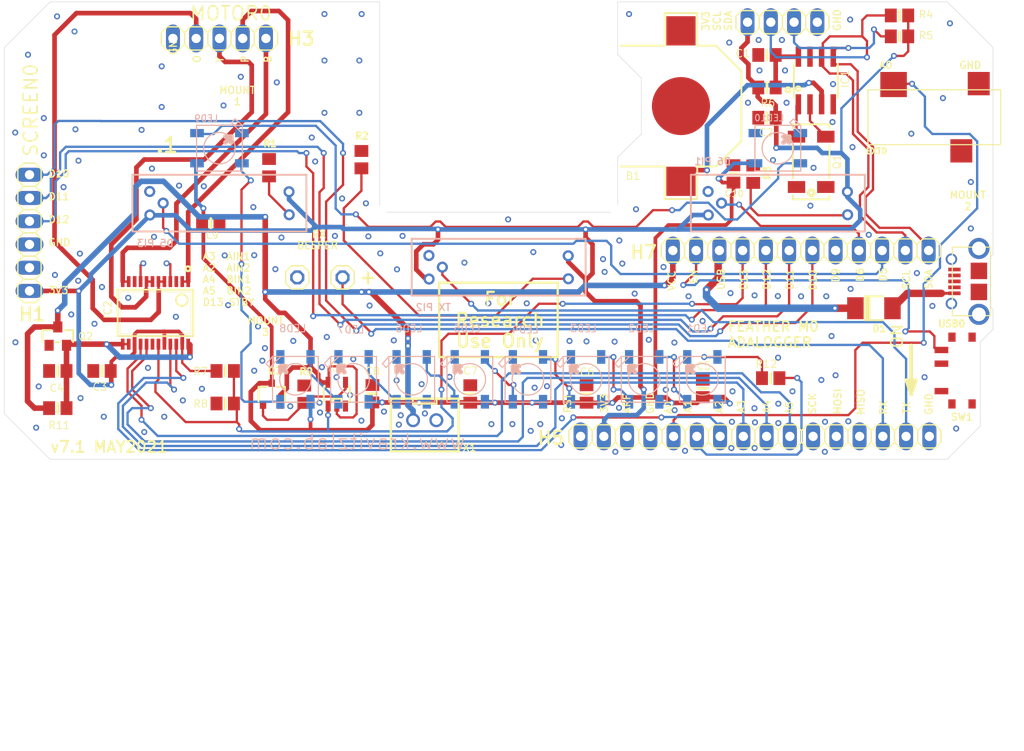
<source format=kicad_pcb>
(kicad_pcb (version 20240108) (generator "pcbnew") (generator_version "8.0")
  (layers (0 "F.Cu" signal) (31 "B.Cu" signal) (34 "B.Paste" user) (35 "F.Paste" user) (36 "B.SilkS" user "B.Silkscreen") (37 "F.SilkS" user "F.Silkscreen") (38 "B.Mask" user) (39 "F.Mask" user) (44 "Edge.Cuts" user))
  (net 0 "")
  (net 1 "VCC")
  (net 2 "N$2")
  (net 3 "GND")
  (net 4 "N$1")
  (net 5 "N$3")
  (net 6 "RST")
  (net 7 "3V3")
  (net 8 "ARF")
  (net 9 "A0")
  (net 10 "A1")
  (net 11 "A2")
  (net 12 "A3")
  (net 13 "A4")
  (net 14 "A5")
  (net 15 "SCK")
  (net 16 "MOSI")
  (net 17 "MISO")
  (net 18 "RX")
  (net 19 "TX")
  (net 20 "SDA")
  (net 21 "SCL")
  (net 22 "D5")
  (net 23 "D6")
  (net 24 "D9")
  (net 25 "D10")
  (net 26 "D11")
  (net 27 "D12")
  (net 28 "D13")
  (net 29 "USB")
  (net 30 "EN")
  (net 31 "ORANGE")
  (net 32 "YELLOW")
  (net 33 "PINK")
  (net 34 "BLUE")
  (net 35 "N$14")
  (net 36 "N$15")
  (net 37 "VBAT1")
  (net 38 "SQW")
  (net 39 "N$6")
  (net 40 "VMOTOR")
  (net 41 "N$4")
  (net 42 "OUT3")
  (net 43 "VCCNEO")
  (net 44 "N$5")
  (net 45 "N$7")
  (net 46 "N$9")
  (net 47 "N$10")
  (net 48 "N$11")
  (net 49 "N$12")
  (net 50 "N$13")
  (net 51 "N$16")
  (net 52 "N$17")
  (net 53 "N$18")
  (footprint "R0805" (layer "F.Cu") (at 133.5091 97.2536 90)
    (property "Reference" "R2")
    (property "Value" "1k")
  )
  (footprint "0805-NO" (layer "F.Cu") (at 177.8131 92.6656 180)
    (property "Reference" "C2")
    (property "Value" "10uF")
  )
  (footprint "R0805" (layer "F.Cu") (at 127.2671 122.8916 -90)
    (property "Reference" "R9")
    (property "Value" "37k")
  )
  (footprint "SOT23-WIDE" (layer "F.Cu") (at 100.3431 116.5416)
    (property "Reference" "Q2")
    (property "Value" "DMG3415")
  )
  (footprint "1X16" (layer "F.Cu") (at 176.5011 127.5036)
    (property "Reference" "FEATHER_L0" (hide yes))
    (property "Value" "")
  )
  (footprint "0805-NO" (layer "F.Cu") (at 118.6311 120.3516 180)
    (property "Reference" "R7")
    (property "Value" "DNI")
  )
  (footprint "" (layer "F.Cu") (at 161.5011 103.0036)
    (property "Reference" "@HOLE3" (hide yes))
    (property "Value" "")
  )
  (footprint "0805-NO" (layer "F.Cu") (at 192.2911 81.4896 180)
    (property "Reference" "R4")
    (property "Value" "4K7")
  )
  (footprint "" (layer "F.Cu") (at 104.7881 100.7936)
    (property "Reference" "@HOLE5" (hide yes))
    (property "Value" "")
  )
  (footprint "SOIC8_150MIL" (layer "F.Cu") (at 183.1471 88.6016)
    (property "Reference" "IC1")
    (property "Value" "RTC_PCF8523T")
  )
  (footprint "0805-NO" (layer "F.Cu") (at 100.3431 124.4156 180)
    (property "Reference" "R11")
    (property "Value" "0")
  )
  (footprint "CR1220" (layer "F.Cu") (at 168.4151 91.3956 90)
    (property "Reference" "B1")
    (property "Value" "CR1220")
  )
  (footprint "0805-NO" (layer "F.Cu") (at 158.1027 122.8662 90)
    (property "Reference" "C6")
    (property "Value" "10uF")
  )
  (footprint "0805-NO" (layer "F.Cu") (at 100.3431 120.3516 180)
    (property "Reference" "C4")
    (property "Value" "10µF")
  )
  (footprint "TSMT3" (layer "F.Cu") (at 123.7111 122.8916)
    (property "Reference" "Q3")
    (property "Value" "")
  )
  (footprint "1X12" (layer "F.Cu") (at 181.5011 107.1836)
    (property "Reference" "FEATHER_R0" (hide yes))
    (property "Value" "")
  )
  (footprint "35RASMT2BHNTRX" (layer "F.Cu") (at 199.8443 92.6148 180)
    (property "Reference" "EXT0")
    (property "Value" "")
  )
  (footprint "0805-NO" (layer "F.Cu") (at 174.1555 98.8124 90)
    (property "Reference" "C10")
    (property "Value" "10uF")
  )
  (footprint "CRYSTAL_8X3.8" (layer "F.Cu") (at 182.6391 97.4916 -90)
    (property "Reference" "Q1")
    (property "Value" "32.768")
  )
  (footprint "R0805" (layer "F.Cu") (at 123.4211 98.1316 90)
    (property "Reference" "R1")
    (property "Value" "1k")
  )
  (footprint "1X01" (layer "F.Cu") (at 131.4503 110.124)
    (property "Reference" "BEEP1" (hide yes))
    (property "Value" "")
  )
  (footprint "DO-214AC" (layer "F.Cu") (at 189.4971 113.4936)
    (property "Reference" "D1")
    (property "Value" "")
  )
  (footprint "0805-NO" (layer "F.Cu") (at 117.0563 104.1972)
    (property "Reference" "C9")
    (property "Value" "10uF")
  )
  (footprint "0805-NO" (layer "F.Cu") (at 145.4027 122.8662 90)
    (property "Reference" "C7")
    (property "Value" "10uF")
  )
  (footprint "" (layer "F.Cu") (at 115.0011 90.0036)
    (property "Reference" "@HOLE0" (hide yes))
    (property "Value" "")
  )
  (footprint "JST-XH-02-PACKAGE-ROUND-PAD" (layer "F.Cu") (at 140.4243 125.7364 180)
    (property "Reference" "X1")
    (property "Value" "B2B-PH-K-S(LF)(SN)")
  )
  (footprint "SOT23-5" (layer "F.Cu") (at 130.8231 122.8916)
    (property "Reference" "IC3")
    (property "Value" "M74VHC1GT50DTT1G")
  )
  (footprint "1X06" (layer "F.Cu") (at 97.2511 105.2536 -90)
    (property "Reference" "SCREEN0")
    (property "Value" "")
  )
  (footprint "" (layer "F.Cu") (at 135.5011 103.0036)
    (property "Reference" "@HOLE2" (hide yes))
    (property "Value" "")
  )
  (footprint "0805-NO" (layer "F.Cu") (at 177.8131 85.8076 180)
    (property "Reference" "C1")
    (property "Value" "10uF")
  )
  (footprint "" (layer "F.Cu") (at 196.5011 103.0036)
    (property "Reference" "@HOLE1" (hide yes))
    (property "Value" "")
  )
  (footprint "SSSS811101" (layer "F.Cu") (at 199.1191 120.3056 90)
    (property "Reference" "SW1")
    (property "Value" "SSSS811101")
  )
  (footprint "SSOP24" (layer "F.Cu") (at 111.0111 114.0016 180)
    (property "Reference" "IC2")
    (property "Value" "TB6612 SSOP")
  )
  (footprint "0805-NO" (layer "F.Cu") (at 177.8131 89.3636)
    (property "Reference" "R6")
    (property "Value" "1K")
  )
  (footprint "0805-NO" (layer "F.Cu") (at 170.8027 122.2566 90)
    (property "Reference" "C5")
    (property "Value" "10uF")
  )
  (footprint "1X05" (layer "F.Cu") (at 118.0011 84.0036)
    (property "Reference" "MOTOR0")
    (property "Value" "")
  )
  (footprint "ZX62D-B-5P8" (layer "F.Cu") (at 200.9635 110.5616 90)
    (property "Reference" "USB0")
    (property "Value" "USB_MICRO_B")
  )
  (footprint "0805-NO" (layer "F.Cu") (at 105.1691 120.3516 180)
    (property "Reference" "C3")
    (property "Value" "10µF")
  )
  (footprint "0805-NO" (layer "F.Cu") (at 134.7093 122.8408 90)
    (property "Reference" "C8")
    (property "Value" "10uF")
  )
  (footprint "R0805" (layer "F.Cu") (at 176.3091 98.8436 90)
    (property "Reference" "R3")
    (property "Value" "1k")
  )
  (footprint "" (layer "F.Cu") (at 118.5011 116.0036)
    (property "Reference" "@HOLE6" (hide yes))
    (property "Value" "")
  )
  (footprint "0805-NO" (layer "F.Cu") (at 178.2195 121.139)
    (property "Reference" "R12")
    (property "Value" "470")
  )
  (footprint "1X01" (layer "F.Cu") (at 126.5011 110.124)
    (property "Reference" "BEEP2" (hide yes))
    (property "Value" "")
  )
  (footprint "1X04" (layer "F.Cu") (at 179.5011 82.2256)
    (property "Reference" "AUX_I2C0" (hide yes))
    (property "Value" "")
  )
  (footprint "0805-NO" (layer "F.Cu") (at 192.2911 83.7756)
    (property "Reference" "R5")
    (property "Value" "4K7")
  )
  (footprint "0805-NO" (layer "F.Cu") (at 118.6311 123.9076)
    (property "Reference" "R8")
    (property "Value" "4k7")
  )
  (footprint "" (layer "F.Cu") (at 192.5451 100.7936)
    (property "Reference" "@HOLE4" (hide yes))
    (property "Value" "")
  )
  (footprint "WS2812B" (layer "B.Cu") (at 132.6519 121.266 -90)
    (property "Reference" "LED7")
    (property "Value" "WS2812B5050" (hide yes))
  )
  (footprint "WS2812B" (layer "B.Cu") (at 179.0011 96.0004 180)
    (property "Reference" "LED10")
    (property "Value" "WS2812B5050" (hide yes))
  )
  (footprint "WS2812B" (layer "B.Cu") (at 145.3519 121.266 -90)
    (property "Reference" "LED5")
    (property "Value" "WS2812B5050" (hide yes))
  )
  (footprint "WS2812B" (layer "B.Cu") (at 139.0019 121.266 -90)
    (property "Reference" "LED6")
    (property "Value" "WS2812B5050" (hide yes))
  )
  (footprint "GP1A57HR" (layer "B.Cu") (at 148.5011 109.0036 180)
    (property "Reference" "PI2" (hide yes))
    (property "Value" "GP1A57HR" (hide yes))
  )
  (footprint "WS2812B" (layer "B.Cu") (at 118.0011 96.0004 180)
    (property "Reference" "LED9")
    (property "Value" "WS2812B5050" (hide yes))
  )
  (footprint "WS2812B" (layer "B.Cu") (at 151.7019 121.266 -90)
    (property "Reference" "LED4")
    (property "Value" "WS2812B5050" (hide yes))
  )
  (footprint "WS2812B" (layer "B.Cu") (at 126.3019 121.266 -90)
    (property "Reference" "LED8")
    (property "Value" "WS2812B5050" (hide yes))
  )
  (footprint "WS2812B" (layer "B.Cu") (at 158.0519 121.266 -90)
    (property "Reference" "LED3")
    (property "Value" "WS2812B5050" (hide yes))
  )
  (footprint "WS2812B" (layer "B.Cu") (at 164.4019 121.266 -90)
    (property "Reference" "LED2")
    (property "Value" "WS2812B5050" (hide yes))
  )
  (footprint "GP1A57HR" (layer "B.Cu") (at 179.0011 102.0036 180)
    (property "Reference" "PI1" (hide yes))
    (property "Value" "GP1A57HR" (hide yes))
  )
  (footprint "GP1A57HR" (layer "B.Cu") (at 118.0011 102.0036 180)
    (property "Reference" "PI3" (hide yes))
    (property "Value" "GP1A57HR" (hide yes))
  )
  (footprint "WS2812B" (layer "B.Cu") (at 170.7519 121.266 -90)
    (property "Reference" "LED1")
    (property "Value" "WS2812B5050" (hide yes))
  )
  (gr_line (start 119.2915 94.7357) (end 118.6565 95.3707) (stroke (width 0.508)) (layer "B.SilkS"))
  (gr_line (start 156.4136 119.8436) (end 156.4136 120.4786) (stroke (width 0.508)) (layer "B.SilkS"))
  (gr_line (start 143.7136 119.8436) (end 144.3486 119.8436) (stroke (width 0.508)) (layer "B.SilkS"))
  (gr_line (start 162.7636 119.8436) (end 163.3986 119.8436) (stroke (width 0.508)) (layer "B.SilkS"))
  (gr_line (start 169.1136 119.8436) (end 169.7486 119.8436) (stroke (width 0.508)) (layer "B.SilkS"))
  (gr_line (start 180.2515 94.7357) (end 180.2515 95.3707) (stroke (width 0.508)) (layer "B.SilkS"))
  (gr_line (start 169.1136 119.8436) (end 169.7486 120.4786) (stroke (width 0.508)) (layer "B.SilkS"))
  (gr_line (start 119.2915 94.7357) (end 119.2915 95.3707) (stroke (width 0.508)) (layer "B.SilkS"))
  (gr_line (start 124.6636 119.8436) (end 124.6636 120.4786) (stroke (width 0.508)) (layer "B.SilkS"))
  (gr_line (start 131.0136 119.8436) (end 131.6486 120.4786) (stroke (width 0.508)) (layer "B.SilkS"))
  (gr_line (start 137.3636 119.8436) (end 137.3636 120.4786) (stroke (width 0.508)) (layer "B.SilkS"))
  (gr_line (start 180.2515 94.7357) (end 179.6165 94.7357) (stroke (width 0.508)) (layer "B.SilkS"))
  (gr_line (start 169.1136 119.8436) (end 169.1136 120.4786) (stroke (width 0.508)) (layer "B.SilkS"))
  (gr_line (start 150.0636 119.8436) (end 150.6986 120.4786) (stroke (width 0.508)) (layer "B.SilkS"))
  (gr_line (start 150.0636 119.8436) (end 150.6986 119.8436) (stroke (width 0.508)) (layer "B.SilkS"))
  (gr_line (start 124.6636 119.8436) (end 125.2986 119.8436) (stroke (width 0.508)) (layer "B.SilkS"))
  (gr_line (start 137.3636 119.8436) (end 137.9986 119.8436) (stroke (width 0.508)) (layer "B.SilkS"))
  (gr_line (start 119.2915 94.7357) (end 118.6565 94.7357) (stroke (width 0.508)) (layer "B.SilkS"))
  (gr_line (start 131.0136 119.8436) (end 131.0136 120.4786) (stroke (width 0.508)) (layer "B.SilkS"))
  (gr_line (start 131.0136 119.8436) (end 131.6486 119.8436) (stroke (width 0.508)) (layer "B.SilkS"))
  (gr_line (start 156.4136 119.8436) (end 157.0486 119.8436) (stroke (width 0.508)) (layer "B.SilkS"))
  (gr_line (start 143.7136 119.8436) (end 143.7136 120.4786) (stroke (width 0.508)) (layer "B.SilkS"))
  (gr_line (start 137.3636 119.8436) (end 137.9986 120.4786) (stroke (width 0.508)) (layer "B.SilkS"))
  (gr_line (start 143.7136 119.8436) (end 144.3486 120.4786) (stroke (width 0.508)) (layer "B.SilkS"))
  (gr_line (start 150.0636 119.8436) (end 150.0636 120.4786) (stroke (width 0.508)) (layer "B.SilkS"))
  (gr_line (start 124.6636 119.8436) (end 125.2986 120.4786) (stroke (width 0.508)) (layer "B.SilkS"))
  (gr_line (start 180.2515 94.7357) (end 179.6165 95.3707) (stroke (width 0.508)) (layer "B.SilkS"))
  (gr_line (start 162.7636 119.8436) (end 162.7636 120.4786) (stroke (width 0.508)) (layer "B.SilkS"))
  (gr_line (start 156.4136 119.8436) (end 157.0486 120.4786) (stroke (width 0.508)) (layer "B.SilkS"))
  (gr_line (start 162.7636 119.8436) (end 163.3986 120.4786) (stroke (width 0.508)) (layer "B.SilkS"))
  (gr_line (start 194.0691 121.3676) (end 193.8151 121.3676) (stroke (width 0.4064)) (layer "F.SilkS"))
  (gr_line (start 154.9531 110.6996) (end 154.9531 118.8276) (stroke (width 0.254)) (layer "F.SilkS"))
  (gr_circle (center 114.5671 109.1756) (end 114.8211 109.1756) (stroke (width 0.254)) (fill none) (layer "F.SilkS"))
  (gr_line (start 193.5611 121.3676) (end 193.5611 121.8756) (stroke (width 0.4064)) (layer "F.SilkS"))
  (gr_line (start 193.5611 122.8916) (end 194.0691 121.3676) (stroke (width 0.4064)) (layer "F.SilkS"))
  (gr_line (start 193.5611 121.8756) (end 193.8151 121.8756) (stroke (width 0.4064)) (layer "F.SilkS"))
  (gr_line (start 141.9991 110.6996) (end 154.9531 110.6996) (stroke (width 0.254)) (layer "F.SilkS"))
  (gr_line (start 193.8151 121.3676) (end 193.5611 121.8756) (stroke (width 0.4064)) (layer "F.SilkS"))
  (gr_line (start 193.0531 121.3676) (end 193.5611 122.8916) (stroke (width 0.4064)) (layer "F.SilkS"))
  (gr_circle (center 180.0991 89.6176) (end 180.3531 89.6176) (stroke (width 0.254)) (fill none) (layer "F.SilkS"))
  (gr_line (start 193.5611 121.3676) (end 193.0531 121.3676) (stroke (width 0.4064)) (layer "F.SilkS"))
  (gr_line (start 193.3071 121.6216) (end 193.0531 121.3676) (stroke (width 0.4064)) (layer "F.SilkS"))
  (gr_line (start 154.9531 118.8276) (end 141.9991 118.8276) (stroke (width 0.254)) (layer "F.SilkS"))
  (gr_line (start 141.9991 118.8276) (end 141.9991 110.6996) (stroke (width 0.254)) (layer "F.SilkS"))
  (gr_line (start 193.5611 121.8756) (end 193.5611 122.3836) (stroke (width 0.4064)) (layer "F.SilkS"))
  (gr_line (start 193.5611 121.3676) (end 193.8151 121.3676) (stroke (width 0.4064)) (layer "F.SilkS"))
  (gr_line (start 193.5611 122.3836) (end 193.5611 122.8916) (stroke (width 0.4064)) (layer "F.SilkS"))
  (gr_line (start 193.5611 117.5576) (end 193.5611 121.3676) (stroke (width 0.4064)) (layer "F.SilkS"))
  (gr_line (start 193.8151 121.8756) (end 193.5611 122.3836) (stroke (width 0.4064)) (layer "F.SilkS"))
  (gr_line (start 202.5011 85.0036) (end 197.5011 80.0036) (stroke (width 0.05)) (layer "Edge.Cuts"))
  (gr_line (start 94.5011 85.0036) (end 94.5011 125.0036) (stroke (width 0.05)) (layer "Edge.Cuts"))
  (gr_line (start 161.5011 96.9836) (end 161.5011 103.0036) (stroke (width 0.05)) (layer "Edge.Cuts"))
  (gr_line (start 161.5011 103.0036) (end 135.5011 103.0036) (stroke (width 0.05)) (layer "Edge.Cuts"))
  (gr_line (start 99.5011 130.0036) (end 197.5011 130.0036) (stroke (width 0.05)) (layer "Edge.Cuts"))
  (gr_line (start 164.0971 88.3476) (end 164.0971 94.4436) (stroke (width 0.05)) (layer "Edge.Cuts"))
  (gr_line (start 201.1011 117.2036) (end 202.5011 115.8036) (stroke (width 0.05)) (layer "Edge.Cuts"))
  (gr_line (start 197.5011 80.0036) (end 161.5011 80.0036) (stroke (width 0.05)) (layer "Edge.Cuts"))
  (gr_line (start 201.1011 126.4036) (end 201.1011 117.2036) (stroke (width 0.05)) (layer "Edge.Cuts"))
  (gr_line (start 202.2211 113.3236) (end 202.2211 107.8836) (stroke (width 0.05)) (layer "Edge.Cuts"))
  (gr_line (start 197.5011 130.0036) (end 201.1011 126.4036) (stroke (width 0.05)) (layer "Edge.Cuts"))
  (gr_line (start 135.5011 103.0036) (end 135.5011 80.0036) (stroke (width 0.05)) (layer "Edge.Cuts"))
  (gr_line (start 164.0971 94.4436) (end 161.5011 96.9836) (stroke (width 0.05)) (layer "Edge.Cuts"))
  (gr_line (start 202.5011 107.6036) (end 202.5011 85.0036) (stroke (width 0.05)) (layer "Edge.Cuts"))
  (gr_line (start 202.2211 107.8836) (end 202.5011 107.6036) (stroke (width 0.05)) (layer "Edge.Cuts"))
  (gr_line (start 161.5011 80.0036) (end 161.5011 85.7516) (stroke (width 0.05)) (layer "Edge.Cuts"))
  (gr_line (start 135.5011 80.0036) (end 99.5011 80.0036) (stroke (width 0.05)) (layer "Edge.Cuts"))
  (gr_line (start 202.5011 115.8036) (end 202.5011 113.6036) (stroke (width 0.05)) (layer "Edge.Cuts"))
  (gr_line (start 94.5011 125.0036) (end 99.5011 130.0036) (stroke (width 0.05)) (layer "Edge.Cuts"))
  (gr_line (start 99.5011 80.0036) (end 94.5011 85.0036) (stroke (width 0.05)) (layer "Edge.Cuts"))
  (gr_line (start 161.5011 85.7516) (end 164.0971 88.3476) (stroke (width 0.05)) (layer "Edge.Cuts"))
  (gr_line (start 202.5011 113.6036) (end 202.2211 113.3236) (stroke (width 0.05)) (layer "Edge.Cuts"))
  (gr_text "D6 PI1" (at 173.9641 97.9056 0) (layer "B.SilkS") (effects (font (size 0.77724 0.77724) (thickness 0.13716)) (justify left bottom mirror)))
  (gr_text "TX PI2" (at 143.3571 113.8568 0) (layer "B.SilkS") (effects (font (size 0.77724 0.77724) (thickness 0.13716)) (justify left bottom mirror)))
  (gr_text "D5 PI3" (at 113.0803 106.8464 0) (layer "B.SilkS") (effects (font (size 0.77724 0.77724) (thickness 0.13716)) (justify left bottom mirror)))
  (gr_text "www.kravitzlab.com" (at 144.9573 129.0714 0) (layer "B.SilkS") (effects (font (size 1.63576 1.63576) (thickness 0.14224)) (justify left bottom mirror)))
  (gr_text "D10" (at 183.3019 111.6306 90) (layer "F.SilkS") (effects (font (size 0.77724 0.77724) (thickness 0.13716)) (justify left bottom)))
  (gr_text "For\nResearch\nUse Only" (at 148.6485 117.903 0) (layer "F.SilkS") (effects (font (size 1.42494 1.42494) (thickness 0.25146)) (justify bottom)))
  (gr_text "A3" (at 175.4717 125.0424 90) (layer "F.SilkS") (effects (font (size 0.77724 0.77724) (thickness 0.13716)) (justify left bottom)))
  (gr_text "B" (at 123.7511 86.7496 90) (layer "F.SilkS") (effects (font (size 0.77724 0.77724) (thickness 0.13716)) (justify left bottom)))
  (gr_text "GND" (at 99.2511 106.7536 0) (layer "F.SilkS") (effects (font (size 0.77724 0.77724) (thickness 0.13716)) (justify left bottom)))
  (gr_text "+" (at 133.1091 110.9536 0) (layer "F.SilkS") (effects (font (size 1.5113 1.5113) (thickness 0.2667)) (justify left bottom)))
  (gr_text "MOUNT\n2" (at 199.7493 102.8256 0) (layer "F.SilkS") (effects (font (size 0.77724 0.77724) (thickness 0.13716)) (justify bottom)))
  (gr_text "D13" (at 175.7511 111.5798 90) (layer "F.SilkS") (effects (font (size 0.77724 0.77724) (thickness 0.13716)) (justify left bottom)))
  (gr_text "3V3" (at 160.5011 125.0424 90) (layer "F.SilkS") (effects (font (size 0.77724 0.77724) (thickness 0.13716)) (justify left bottom)))
  (gr_text "3V3" (at 99.2511 112.0036 0) (layer "F.SilkS") (effects (font (size 0.77724 0.77724) (thickness 0.13716)) (justify left bottom)))
  (gr_text "D11" (at 99.2511 101.7536 0) (layer "F.SilkS") (effects (font (size 0.77724 0.77724) (thickness 0.13716)) (justify left bottom)))
  (gr_text "MOUNT\n3" (at 123.0519 116.5702 0) (layer "F.SilkS") (effects (font (size 0.77724 0.77724) (thickness 0.13716)) (justify bottom)))
  (gr_text "H7" (at 162.7509 108.2104 0) (layer "F.SilkS") (effects (font (size 1.42494 1.42494) (thickness 0.25146)) (justify left bottom)))
  (gr_text "Y" (at 118.5011 86.7496 90) (layer "F.SilkS") (effects (font (size 0.77724 0.77724) (thickness 0.13716)) (justify left bottom)))
  (gr_text "VCC" (at 167.8741 111.6814 90) (layer "F.SilkS") (effects (font (size 0.77724 0.77724) (thickness 0.13716)) (justify left bottom)))
  (gr_text "A4" (at 178.2511 125.0424 90) (layer "F.SilkS") (effects (font (size 0.77724 0.77724) (thickness 0.13716)) (justify left bottom)))
  (gr_text "D11" (at 180.7765 111.5544 90) (layer "F.SilkS") (effects (font (size 0.77724 0.77724) (thickness 0.13716)) (justify left bottom)))
  (gr_text "A5" (at 180.7257 125.1694 90) (layer "F.SilkS") (effects (font (size 0.77724 0.77724) (thickness 0.13716)) (justify left bottom)))
  (gr_text "SDA" (at 174.0415 83.2676 90) (layer "F.SilkS") (effects (font (size 0.77724 0.77724) (thickness 0.13716)) (justify left bottom)))
  (gr_text "O" (at 116.0011 86.7496 90) (layer "F.SilkS") (effects (font (size 0.77724 0.77724) (thickness 0.13716)) (justify left bottom)))
  (gr_text "D12" (at 178.2511 111.5544 90) (layer "F.SilkS") (effects (font (size 0.77724 0.77724) (thickness 0.13716)) (justify left bottom)))
  (gr_text "SDA" (at 195.9249 111.529 90) (layer "F.SilkS") (effects (font (size 0.77724 0.77724) (thickness 0.13716)) (justify left bottom)))
  (gr_text "D12" (at 99.2511 104.2536 0) (layer "F.SilkS") (effects (font (size 0.77724 0.77724) (thickness 0.13716)) (justify left bottom)))
  (gr_text "RX" (at 191.0011 125.2202 90) (layer "F.SilkS") (effects (font (size 0.77724 0.77724) (thickness 0.13716)) (justify left bottom)))
  (gr_text "v7.1 MAY2021" (at 99.4231 129.3576 0) (layer "F.SilkS") (effects (font (size 1.20904 1.20904) (thickness 0.21336)) (justify left bottom)))
  (gr_text "MOSI" (at 186.0011 125.1948 90) (layer "F.SilkS") (effects (font (size 0.77724 0.77724) (thickness 0.13716)) (justify left bottom)))
  (gr_text "ON" (at 191.2751 117.964 90) (layer "F.SilkS") (effects (font (size 1.251712 1.251712) (thickness 0.170688)) (justify left top)))
  (gr_text "D9" (at 185.7765 110.7416 90) (layer "F.SilkS") (effects (font (size 0.77724 0.77724) (thickness 0.13716)) (justify left bottom)))
  (gr_text "SCK" (at 183.2257 125.1694 90) (layer "F.SilkS") (effects (font (size 0.77724 0.77724) (thickness 0.13716)) (justify left bottom)))
  (gr_text "GND" (at 185.9355 83.2676 90) (layer "F.SilkS") (effects (font (size 0.77724 0.77724) (thickness 0.13716)) (justify left bottom)))
  (gr_text "GND" (at 195.9503 125.2456 90) (layer "F.SilkS") (effects (font (size 0.77724 0.77724) (thickness 0.13716)) (justify left bottom)))
  (gr_text "3V3" (at 171.5815 83.2676 90) (layer "F.SilkS") (effects (font (size 0.77724 0.77724) (thickness 0.13716)) (justify left bottom)))
  (gr_text "EN" (at 170.2471 110.894 90) (layer "F.SilkS") (effects (font (size 0.77724 0.77724) (thickness 0.13716)) (justify left bottom)))
  (gr_text "MISO" (at 188.5265 125.2456 90) (layer "F.SilkS") (effects (font (size 0.77724 0.77724) (thickness 0.13716)) (justify left bottom)))
  (gr_text "A2" (at 173.0519 125.0932 90) (layer "F.SilkS") (effects (font (size 0.77724 0.77724) (thickness 0.13716)) (justify left bottom)))
  (gr_text "ARF" (at 162.9503 125.0678 90) (layer "F.SilkS") (effects (font (size 0.77724 0.77724) (thickness 0.13716)) (justify left bottom)))
  (gr_text "SCL" (at 172.8115 83.2676 90) (layer "F.SilkS") (effects (font (size 0.77724 0.77724) (thickness 0.13716)) (justify left bottom)))
  (gr_text "H1" (at 95.9489 114.9922 0) (layer "F.SilkS") (effects (font (size 1.42494 1.42494) (thickness 0.25146)) (justify left bottom)))
  (gr_text "MOUNT\n1" (at 119.9519 91.3702 0) (layer "F.SilkS") (effects (font (size 0.77724 0.77724) (thickness 0.13716)) (justify bottom)))
  (gr_text "D10" (at 99.2511 99.2536 0) (layer "F.SilkS") (effects (font (size 0.77724 0.77724) (thickness 0.13716)) (justify left bottom)))
  (gr_text "A0" (at 167.5439 125.144 90) (layer "F.SilkS") (effects (font (size 0.77724 0.77724) (thickness 0.13716)) (justify left bottom)))
  (gr_text "GND" (at 112.4971 85.906 90) (layer "F.SilkS") (effects (font (size 0.77724 0.77724) (thickness 0.13716)) (justify left top)))
  (gr_text "TX" (at 193.5265 125.1186 90) (layer "F.SilkS") (effects (font (size 0.77724 0.77724) (thickness 0.13716)) (justify left bottom)))
  (gr_text "GND" (at 198.7427 87.3824 0) (layer "F.SilkS") (effects (font (size 0.77724 0.77724) (thickness 0.13716)) (justify left bottom)))
  (gr_text "H5" (at 152.6163 128.505 0) (layer "F.SilkS") (effects (font (size 1.42494 1.42494) (thickness 0.25146)) (justify left bottom)))
  (gr_text "D5" (at 190.9757 110.6654 90) (layer "F.SilkS") (effects (font (size 0.77724 0.77724) (thickness 0.13716)) (justify left bottom)))
  (gr_text ".1" (at 110.9095 96.628 0) (layer "F.SilkS") (effects (font (size 1.64084 1.64084) (thickness 0.28956)) (justify left bottom)))
  (gr_text "SCL" (at 193.5011 111.529 90) (layer "F.SilkS") (effects (font (size 0.77724 0.77724) (thickness 0.13716)) (justify left bottom)))
  (gr_text "FEATHER M0 \nADALOGGER" (at 173.4189 117.8624 0) (layer "F.SilkS") (effects (font (size 1.0795 1.0795) (thickness 0.1905)) (justify left bottom)))
  (gr_text "A3  AIN1\nA2  AIN2\nA4  BIN1\nA5  BIN2\nD13 STBY" (at 116.0911 113.2876 0) (layer "F.SilkS") (effects (font (size 0.77724 0.77724) (thickness 0.13716)) (justify left bottom)))
  (gr_text "D6" (at 188.4503 110.6908 90) (layer "F.SilkS") (effects (font (size 0.77724 0.77724) (thickness 0.13716)) (justify left bottom)))
  (gr_text "A0" (at 190.0051 87.3824 0) (layer "F.SilkS") (effects (font (size 0.77724 0.77724) (thickness 0.13716)) (justify left bottom)))
  (gr_text "RX" (at 128.0291 105.8736 0) (layer "F.SilkS") (effects (font (size 0.77724 0.77724) (thickness 0.13716)) (justify left bottom)))
  (gr_text "USB" (at 173.2551 111.5798 90) (layer "F.SilkS") (effects (font (size 0.77724 0.77724) (thickness 0.13716)) (justify left bottom)))
  (gr_text "P" (at 121.2511 86.7496 90) (layer "F.SilkS") (effects (font (size 0.77724 0.77724) (thickness 0.13716)) (justify left bottom)))
  (gr_text "A1" (at 169.6121 125.0424 90) (layer "F.SilkS") (effects (font (size 0.77724 0.77724) (thickness 0.13716)) (justify left bottom)))
  (gr_text "GND" (at 165.5011 125.144 90) (layer "F.SilkS") (effects (font (size 0.77724 0.77724) (thickness 0.13716)) (justify left bottom)))
  (gr_text "RST" (at 156.4771 125.0424 90) (layer "F.SilkS") (effects (font (size 0.77724 0.77724) (thickness 0.13716)) (justify left bottom)))
  (gr_text "BEEPER" (at 126.3981 107.0826 0) (layer "F.SilkS") (effects (font (size 0.77724 0.77724) (thickness 0.13716)) (justify left bottom)))
  (gr_text "H3" (at 125.3367 84.8678 0) (layer "F.SilkS") (effects (font (size 1.42494 1.42494) (thickness 0.25146)) (justify left bottom)))
  (segment (start 97.0411 116.2876) (end 97.0411 123.6536) (width 0.6096) (layer "F.Cu") (net 1))
  (segment (start 124.6611 124.0916) (end 124.6611 122.9576) (width 0.508) (layer "F.Cu") (net 1))
  (segment (start 100.3431 113.7476) (end 100.3431 115.5416) (width 0.6096) (layer "F.Cu") (net 1))
  (segment (start 124.5011 114.0036) (end 123.0011 112.5036) (width 0.508) (layer "F.Cu") (net 1))
  (segment (start 127.9483 119.668725) (end 127.646425 119.9706) (width 0.508) (layer "F.Cu") (net 1))
  (segment (start 125.9971 119.9706) (end 127.646425 119.9706) (width 0.508) (layer "F.Cu") (net 1))
  (segment (start 97.8031 124.4156) (end 99.3931 124.4156) (width 0.6096) (layer "F.Cu") (net 1))
  (segment (start 97.0411 123.6536) (end 97.8031 124.4156) (width 0.6096) (layer "F.Cu") (net 1))
  (segment (start 123.0011 103.5036) (end 123.0011 111.7156) (width 0.6096) (layer "F.Cu") (net 1))
  (segment (start 130.8231 125.0506) (end 131.2041 125.4316) (width 0.254) (layer "F.Cu") (net 1))
  (segment (start 127.646425 119.9706) (end 128.0291 119.9706) (width 0.508) (layer "F.Cu") (net 1))
  (segment (start 129.843 121.6216) (end 129.8731 121.5915) (width 0.508) (layer "F.Cu") (net 1))
  (segment (start 130.8231 124.1917) (end 130.8231 125.0506) (width 0.254) (layer "F.Cu") (net 1))
  (segment (start 128.7911 121.2406) (end 129.1721 121.6216) (width 0.508) (layer "F.Cu") (net 1))
  (segment (start 124.5011 114.0036) (end 125.1455 114.0036) (width 0.508) (layer "F.Cu") (net 1))
  (segment (start 131.2041 125.4316) (end 132.6011 125.4316) (width 0.254) (layer "F.Cu") (net 1))
  (segment (start 132.6011 119.8436) (end 130.1881 119.8436) (width 0.254) (layer "F.Cu") (net 1))
  (segment (start 166.6131 111.0036) (end 166.7043 111.0036) (width 0.508) (layer "F.Cu") (net 1))
  (segment (start 138.5955 115.7796) (end 134.5315 111.7156) (width 0.6096) (layer "F.Cu") (net 1))
  (segment (start 129.9341 120.0976) (end 129.9341 121.5305) (width 0.254) (layer "F.Cu") (net 1))
  (segment (start 127.9483 116.8064) (end 127.9483 119.8898) (width 0.508) (layer "F.Cu") (net 1))
  (segment (start 129.9341 121.5305) (end 129.8731 121.5915) (width 0.254) (layer "F.Cu") (net 1))
  (segment (start 132.9821 120.2246) (end 132.6011 119.8436) (width 0.254) (layer "F.Cu") (net 1))
  (segment (start 132.9821 125.0506) (end 132.9821 120.2246) (width 0.254) (layer "F.Cu") (net 1))
  (segment (start 124.6611 122.9576) (end 125.3621 122.2566) (width 0.508) (layer "F.Cu") (net 1))
  (segment (start 127.9483 119.8898) (end 128.0291 119.9706) (width 0.508) (layer "F.Cu") (net 1))
  (segment (start 132.6011 125.4316) (end 132.9821 125.0506) (width 0.254) (layer "F.Cu") (net 1))
  (segment (start 123.0011 111.7156) (end 123.0011 112.5036) (width 0.508) (layer "F.Cu") (net 1))
  (segment (start 125.3621 120.6056) (end 125.9971 119.9706) (width 0.508) (layer "F.Cu") (net 1))
  (segment (start 125.1455 114.0036) (end 127.9483 116.8064) (width 0.508) (layer "F.Cu") (net 1))
  (segment (start 100.3431 115.5416) (end 97.7871 115.5416) (width 0.6096) (layer "F.Cu") (net 1))
  (segment (start 167.5311 107.1836) (end 167.5311 110.1768) (width 0.6096) (layer "F.Cu") (net 1))
  (segment (start 128.7911 120.7326) (end 128.7911 121.2406) (width 0.508) (layer "F.Cu") (net 1))
  (segment (start 167.5311 110.1768) (end 166.7043 111.0036) (width 0.6096) (layer "F.Cu") (net 1))
  (segment (start 125.3621 122.2566) (end 125.3621 120.6056) (width 0.508) (layer "F.Cu") (net 1))
  (segment (start 128.0291 119.9706) (end 128.7911 120.7326) (width 0.508) (layer "F.Cu") (net 1))
  (segment (start 97.7871 115.5416) (end 97.0411 116.2876) (width 0.6096) (layer "F.Cu") (net 1))
  (segment (start 134.5315 111.7156) (end 133.5155 111.7156) (width 0.6096) (layer "F.Cu") (net 1))
  (segment (start 129.1721 121.6216) (end 129.843 121.6216) (width 0.508) (layer "F.Cu") (net 1))
  (segment (start 138.5955 117.6084) (end 138.5955 115.7796) (width 0.6096) (layer "F.Cu") (net 1))
  (segment (start 130.1881 119.8436) (end 129.9341 120.0976) (width 0.254) (layer "F.Cu") (net 1))
  (via (at 138.5955 116.7956) (size 0.6548) (drill 0.35) (layers "F.Cu" "B.Cu") (net 1))
  (via (at 133.5155 111.7156) (size 0.6548) (drill 0.35) (layers "F.Cu" "B.Cu") (net 1))
  (via (at 166.6131 111.0036) (size 0.6548) (drill 0.35) (layers "F.Cu" "B.Cu") (net 1))
  (via (at 134.3283 111.7156) (size 0.6548) (drill 0.35) (layers "F.Cu" "B.Cu") (net 1))
  (via (at 123.0011 103.5036) (size 0.6548) (drill 0.35) (layers "F.Cu" "B.Cu") (net 1))
  (via (at 138.5955 117.6084) (size 0.6548) (drill 0.35) (layers "F.Cu" "B.Cu") (net 1))
  (via (at 123.0011 111.7156) (size 0.6548) (drill 0.35) (layers "F.Cu" "B.Cu") (net 1))
  (via (at 100.3431 113.7476) (size 0.6548) (drill 0.35) (layers "F.Cu" "B.Cu") (net 1))
  (segment (start 108.7251 103.1812) (end 101.1027 110.8036) (width 0.6096) (layer "B.Cu") (net 1))
  (segment (start 101.1027 110.8036) (end 101.1027 112.988) (width 0.6096) (layer "B.Cu") (net 1))
  (segment (start 157.9511 111.0036) (end 157.2391 111.7156) (width 0.6096) (layer "B.Cu") (net 1))
  (segment (start 115.7827 103.5036) (end 111.9001 99.621) (width 0.6096) (layer "B.Cu") (net 1))
  (segment (start 111.9001 99.621) (end 109.4405 99.621) (width 0.6096) (layer "B.Cu") (net 1))
  (segment (start 133.5155 111.7156) (end 134.3283 111.7156) (width 0.6096) (layer "B.Cu") (net 1))
  (segment (start 133.5155 111.7156) (end 123.0011 111.7156) (width 0.6096) (layer "B.Cu") (net 1))
  (segment (start 109.4405 99.621) (end 108.7251 100.3364) (width 0.6096) (layer "B.Cu") (net 1))
  (segment (start 139.1543 125.7364) (end 139.1543 124.6696) (width 0.6096) (layer "B.Cu") (net 1))
  (segment (start 101.1027 112.988) (end 100.3431 113.7476) (width 0.6096) (layer "B.Cu") (net 1))
  (segment (start 139.1543 124.6696) (end 138.5955 124.1108) (width 0.6096) (layer "B.Cu") (net 1))
  (segment (start 138.5955 124.1108) (end 138.5955 117.6084) (width 0.6096) (layer "B.Cu") (net 1))
  (segment (start 123.0011 103.5036) (end 115.7827 103.5036) (width 0.6096) (layer "B.Cu") (net 1))
  (segment (start 166.6131 111.0036) (end 157.9511 111.0036) (width 0.6096) (layer "B.Cu") (net 1))
  (segment (start 138.5955 117.6084) (end 138.5955 116.7956) (width 0.6096) (layer "B.Cu") (net 1))
  (segment (start 108.7251 100.3364) (end 108.7251 103.1812) (width 0.6096) (layer "B.Cu") (net 1))
  (segment (start 157.2391 111.7156) (end 134.3283 111.7156) (width 0.6096) (layer "B.Cu") (net 1))
  (segment (start 123.4211 101.0736) (end 125.6211 103.2736) (width 0.254) (layer "F.Cu") (net 2))
  (segment (start 123.4211 101.0736) (end 123.4211 99.0816) (width 0.254) (layer "F.Cu") (net 2))
  (segment (start 112.6361 108.6812) (end 112.2239 108.5854) (width 0.254) (layer "F.Cu") (net 3))
  (segment (start 112.6361 110.5816) (end 112.6361 108.6812) (width 0.254) (layer "F.Cu") (net 3))
  (segment (start 109.3861 110.5816) (end 109.3861 108.7956) (width 0.254) (layer "F.Cu") (net 3))
  (segment (start 109.3861 108.7956) (end 109.6839 108.5854) (width 0.254) (layer "F.Cu") (net 3))
  (via (at 155.3341 128.4432) (size 0.6548) (drill 0.35) (layers "F.Cu" "B.Cu") (net 3))
  (via (at 133.5371 81.3356) (size 0.6548) (drill 0.35) (layers "F.Cu" "B.Cu") (net 3))
  (via (at 195.8819 113.2434) (size 0.6548) (drill 0.35) (layers "F.Cu" "B.Cu") (net 3))
  (via (at 122.2139 115.4834) (size 0.6548) (drill 0.35) (layers "F.Cu" "B.Cu") (net 3))
  (via (at 116.0847 122.3014) (size 0.6548) (drill 0.35) (layers "F.Cu" "B.Cu") (net 3))
  (via (at 194.1897 109.6522) (size 0.6548) (drill 0.35) (layers "F.Cu" "B.Cu") (net 3))
  (via (at 176.4605 112.0906) (size 0.6548) (drill 0.35) (layers "F.Cu" "B.Cu") (net 3))
  (via (at 137.0461 117.0132) (size 0.6548) (drill 0.35) (layers "F.Cu" "B.Cu") (net 3))
  (via (at 166.7577 122.403) (size 0.6548) (drill 0.35) (layers "F.Cu" "B.Cu") (net 3))
  (via (at 179.0513 126.0514) (size 0.6548) (drill 0.35) (layers "F.Cu" "B.Cu") (net 3))
  (via (at 128.9371 123.8254) (size 0.6548) (drill 0.35) (layers "F.Cu" "B.Cu") (net 3))
  (via (at 110.8523 105.6898) (size 0.6548) (drill 0.35) (layers "F.Cu" "B.Cu") (net 3))
  (via (at 161.6841 106.0912) (size 0.6548) (drill 0.35) (layers "F.Cu" "B.Cu") (net 3))
  (via (at 188.9319 105.4612) (size 0.6548) (drill 0.35) (layers "F.Cu" "B.Cu") (net 3))
  (via (at 182.8983 98.1414) (size 0.6548) (drill 0.35) (layers "F.Cu" "B.Cu") (net 3))
  (via (at 186.9507 111.3794) (size 0.6548) (drill 0.35) (layers "F.Cu" "B.Cu") (net 3))
  (via (at 111.6931 87.0506) (size 0.6548) (drill 0.35) (layers "F.Cu" "B.Cu") (net 3))
  (via (at 178.4671 97.3078) (size 0.6548) (drill 0.35) (layers "F.Cu" "B.Cu") (net 3))
  (via (at 176.9939 87.5034) (size 0.6548) (drill 0.35) (layers "F.Cu" "B.Cu") (net 3))
  (via (at 175.7355 91.0294) (size 0.6548) (drill 0.35) (layers "F.Cu" "B.Cu") (net 3))
  (via (at 122.9681 117.8564) (size 0.6548) (drill 0.35) (layers "F.Cu" "B.Cu") (net 3))
  (via (at 102.8259 123.3174) (size 0.6548) (drill 0.35) (layers "F.Cu" "B.Cu") (net 3))
  (via (at 195.0279 121.0314) (size 0.6548) (drill 0.35) (layers "F.Cu" "B.Cu") (net 3))
  (via (at 105.1627 111.1762) (size 0.6548) (drill 0.35) (layers "F.Cu" "B.Cu") (net 3))
  (via (at 118.9549 113.1574) (size 0.6548) (drill 0.35) (layers "F.Cu" "B.Cu") (net 3))
  (via (at 152.4321 122.1744) (size 0.6548) (drill 0.35) (layers "F.Cu" "B.Cu") (net 3))
  (via (at 169.2469 112.1922) (size 0.6548) (drill 0.35) (layers "F.Cu" "B.Cu") (net 3))
  (via (at 133.2831 86.4156) (size 0.6548) (drill 0.35) (layers "F.Cu" "B.Cu") (net 3))
  (via (at 131.4009 101.4988) (size 0.6548) (drill 0.35) (layers "F.Cu" "B.Cu") (net 3))
  (via (at 100.0319 109.8554) (size 0.6548) (drill 0.35) (layers "F.Cu" "B.Cu") (net 3))
  (via (at 121.7997 120.3202) (size 0.6548) (drill 0.35) (layers "F.Cu" "B.Cu") (net 3))
  (via (at 114.0019 123.5714) (size 0.6548) (drill 0.35) (layers "F.Cu" "B.Cu") (net 3))
  (via (at 116.2905 100.157) (size 0.6548) (drill 0.35) (layers "F.Cu" "B.Cu") (net 3))
  (via (at 111.9699 125.3494) (size 0.6548) (drill 0.35) (layers "F.Cu" "B.Cu") (net 3))
  (via (at 118.4431 91.3306) (size 0.6548) (drill 0.35) (layers "F.Cu" "B.Cu") (net 3))
  (via (at 186.8999 81.9408) (size 0.6548) (drill 0.35) (layers "F.Cu" "B.Cu") (net 3))
  (via (at 200.0825 99.6954) (size 0.6548) (drill 0.35) (layers "F.Cu" "B.Cu") (net 3))
  (via (at 133.2831 92.1306) (size 0.6548) (drill 0.35) (layers "F.Cu" "B.Cu") (net 3))
  (via (at 124.1111 109.2204) (size 0.6548) (drill 0.35) (layers "F.Cu" "B.Cu") (net 3))
  (via (at 179.9519 91.0294) (size 0.6548) (drill 0.35) (layers "F.Cu" "B.Cu") (net 3))
  (via (at 187.1539 95.8854) (size 0.6548) (drill 0.35) (layers "F.Cu" "B.Cu") (net 3))
  (via (at 185.3061 120.8232) (size 0.6548) (drill 0.35) (layers "F.Cu" "B.Cu") (net 3))
  (via (at 197.0345 90.526) (size 0.6548) (drill 0.35) (layers "F.Cu" "B.Cu") (net 3))
  (via (at 184.2901 112.1872) (size 0.6548) (drill 0.35) (layers "F.Cu" "B.Cu") (net 3))
  (via (at 97.9771 126.5476) (size 0.6548) (drill 0.35) (layers "F.Cu" "B.Cu") (net 3))
  (via (at 153.7783 122.022) (size 0.6548) (drill 0.35) (layers "F.Cu" "B.Cu") (net 3))
  (via (at 147.3801 112.9586) (size 0.6548) (drill 0.35) (layers "F.Cu" "B.Cu") (net 3))
  (via (at 128.0831 94.833) (size 0.6548) (drill 0.35) (layers "F.Cu" "B.Cu") (net 3))
  (via (at 173.8253 111.8426) (size 0.6548) (drill 0.35) (layers "F.Cu" "B.Cu") (net 3))
  (via (at 193.5801 94.4122) (size 0.6548) (drill 0.35) (layers "F.Cu" "B.Cu") (net 3))
  (via (at 98.8153 92.7148) (size 0.6548) (drill 0.35) (layers "F.Cu" "B.Cu") (net 3))
  (via (at 110.1919 120.0154) (size 0.6548) (drill 0.35) (layers "F.Cu" "B.Cu") (net 3))
  (via (at 121.7997 107.6964) (size 0.6548) (drill 0.35) (layers "F.Cu" "B.Cu") (net 3))
  (via (at 137.5985 126.213) (size 0.6548) (drill 0.35) (layers "F.Cu" "B.Cu") (net 3))
  (via (at 124.7715 105.766) (size 0.6548) (drill 0.35) (layers "F.Cu" "B.Cu") (net 3))
  (via (at 95.6911 94.2896) (size 0.6548) (drill 0.35) (layers "F.Cu" "B.Cu") (net 3))
  (via (at 173.9813 125.9066) (size 0.6548) (drill 0.35) (layers "F.Cu" "B.Cu") (net 3))
  (via (at 163.3605 111.8934) (size 0.6548) (drill 0.35) (layers "F.Cu" "B.Cu") (net 3))
  (via (at 118.5739 107.7218) (size 0.6548) (drill 0.35) (layers "F.Cu" "B.Cu") (net 3))
  (via (at 159.9061 108.1232) (size 0.6548) (drill 0.35) (layers "F.Cu" "B.Cu") (net 3))
  (via (at 101.8099 114.1734) (size 0.6548) (drill 0.35) (layers "F.Cu" "B.Cu") (net 3))
  (via (at 128.4609 97.4552) (size 0.6548) (drill 0.35) (layers "F.Cu" "B.Cu") (net 3))
  (via (at 95.7139 117.2214) (size 0.6548) (drill 0.35) (layers "F.Cu" "B.Cu") (net 3))
  (via (at 161.2459 129.1848) (size 0.6548) (drill 0.35) (layers "F.Cu" "B.Cu") (net 3))
  (via (at 184.1567 125.9082) (size 0.6548) (drill 0.35) (layers "F.Cu" "B.Cu") (net 3))
  (via (at 102.5719 110.4904) (size 0.6548) (drill 0.35) (layers "F.Cu" "B.Cu") (net 3))
  (via (at 126.0669 117.069) (size 0.6548) (drill 0.35) (layers "F.Cu" "B.Cu") (net 3))
  (via (at 184.9695 93.1422) (size 0.6548) (drill 0.35) (layers "F.Cu" "B.Cu") (net 3))
  (via (at 153.0481 126.1572) (size 0.6548) (drill 0.35) (layers "F.Cu" "B.Cu") (net 3))
  (via (at 176.5059 125.9752) (size 0.6548) (drill 0.35) (layers "F.Cu" "B.Cu") (net 3))
  (via (at 137.8017 125.197) (size 0.6548) (drill 0.35) (layers "F.Cu" "B.Cu") (net 3))
  (via (at 137.3509 121.382) (size 0.6548) (drill 0.35) (layers "F.Cu" "B.Cu") (net 3))
  (via (at 197.7991 82.3516) (size 0.6548) (drill 0.35) (layers "F.Cu" "B.Cu") (net 3))
  (via (at 98.8153 96.7788) (size 0.6548) (drill 0.35) (layers "F.Cu" "B.Cu") (net 3))
  (via (at 182.5565 102.2862) (size 0.6548) (drill 0.35) (layers "F.Cu" "B.Cu") (net 3))
  (via (at 152.0003 126.8988) (size 0.6548) (drill 0.35) (layers "F.Cu" "B.Cu") (net 3))
  (via (at 113.2399 114.4274) (size 0.6548) (drill 0.35) (layers "F.Cu" "B.Cu") (net 3))
  (via (at 186.6967 125.8574) (size 0.6548) (drill 0.35) (layers "F.Cu" "B.Cu") (net 3))
  (via (at 113.5917 100.0918) (size 0.6548) (drill 0.35) (layers "F.Cu" "B.Cu") (net 3))
  (via (at 130.6135 105.5882) (size 0.6548) (drill 0.35) (layers "F.Cu" "B.Cu") (net 3))
  (via (at 140.4433 124.9938) (size 0.6548) (drill 0.35) (layers "F.Cu" "B.Cu") (net 3))
  (via (at 109.6839 108.5854) (size 0.6548) (drill 0.35) (layers "F.Cu" "B.Cu") (net 3))
  (via (at 179.0513 123.927) (size 0.6548) (drill 0.35) (layers "F.Cu" "B.Cu") (net 3))
  (via (at 140.0877 121.7934) (size 0.6548) (drill 0.35) (layers "F.Cu" "B.Cu") (net 3))
  (via (at 152.2861 107.3612) (size 0.6548) (drill 0.35) (layers "F.Cu" "B.Cu") (net 3))
  (via (at 125.7367 124.2064) (size 0.6548) (drill 0.35) (layers "F.Cu" "B.Cu") (net 3))
  (via (at 156.2421 117.069) (size 0.6548) (drill 0.35) (layers "F.Cu" "B.Cu") (net 3))
  (via (at 135.5691 107.4976) (size 0.6548) (drill 0.35) (layers "F.Cu" "B.Cu") (net 3))
  (via (at 98.2539 122.0474) (size 0.6548) (drill 0.35) (layers "F.Cu" "B.Cu") (net 3))
  (via (at 163.5091 102.6716) (size 0.6548) (drill 0.35) (layers "F.Cu" "B.Cu") (net 3))
  (via (at 135.9729 124.7906) (size 0.6548) (drill 0.35) (layers "F.Cu" "B.Cu") (net 3))
  (via (at 180.6007 122.5808) (size 0.6548) (drill 0.35) (layers "F.Cu" "B.Cu") (net 3))
  (via (at 179.7879 87.5034) (size 0.6548) (drill 0.35) (layers "F.Cu" "B.Cu") (net 3))
  (via (at 184.8679 116.5356) (size 0.6548) (drill 0.35) (layers "F.Cu" "B.Cu") (net 3))
  (via (at 168.8659 129.0832) (size 0.6548) (drill 0.35) (layers "F.Cu" "B.Cu") (net 3))
  (via (at 102.5999 97.363) (size 0.6548) (drill 0.35) (layers "F.Cu" "B.Cu") (net 3))
  (via (at 184.1313 129.1848) (size 0.6548) (drill 0.35) (layers "F.Cu" "B.Cu") (net 3))
  (via (at 161.6523 124.3842) (size 0.6548) (drill 0.35) (layers "F.Cu" "B.Cu") (net 3))
  (via (at 147.7077 126.1622) (size 0.6548) (drill 0.35) (layers "F.Cu" "B.Cu") (net 3))
  (via (at 152.5401 117.0132) (size 0.6548) (drill 0.35) (layers "F.Cu" "B.Cu") (net 3))
  (via (at 179.4439 84.1714) (size 0.6548) (drill 0.35) (layers "F.Cu" "B.Cu") (net 3))
  (via (at 160.0775 109.5252) (size 0.6548) (drill 0.35) (layers "F.Cu" "B.Cu") (net 3))
  (via (at 102.7523 107.523) (size 0.6548) (drill 0.35) (layers "F.Cu" "B.Cu") (net 3))
  (via (at 198.4819 126.6434) (size 0.6548) (drill 0.35) (layers "F.Cu" "B.Cu") (net 3))
  (via (at 134.4045 113.2032) (size 0.6548) (drill 0.35) (layers "F.Cu" "B.Cu") (net 3))
  (via (at 161.1697 117.1452) (size 0.6548) (drill 0.35) (layers "F.Cu" "B.Cu") (net 3))
  (via (at 185.0319 88.9974) (size 0.6548) (drill 0.35) (layers "F.Cu" "B.Cu") (net 3))
  (via (at 129.1911 119.9392) (size 0.6548) (drill 0.35) (layers "F.Cu" "B.Cu") (net 3))
  (via (at 167.6975 117.2468) (size 0.6548) (drill 0.35) (layers "F.Cu" "B.Cu") (net 3))
  (via (at 129.4731 92.1306) (size 0.6548) (drill 0.35) (layers "F.Cu" "B.Cu") (net 3))
  (via (at 120.3291 88.1936) (size 0.6548) (drill 0.35) (layers "F.Cu" "B.Cu") (net 3))
  (via (at 112.2239 108.5854) (size 0.6548) (drill 0.35) (layers "F.Cu" "B.Cu") (net 3))
  (via (at 108.0355 112.349) (size 0.6548) (drill 0.35) (layers "F.Cu" "B.Cu") (net 3))
  (via (at 132.6201 119.0502) (size 0.6548) (drill 0.35) (layers "F.Cu" "B.Cu") (net 3))
  (via (at 150.0001 126.1572) (size 0.6548) (drill 0.35) (layers "F.Cu" "B.Cu") (net 3))
  (via (at 173.9205 128.7784) (size 0.6548) (drill 0.35) (layers "F.Cu" "B.Cu") (net 3))
  (via (at 102.2697 93.934) (size 0.6548) (drill 0.35) (layers "F.Cu" "B.Cu") (net 3))
  (via (at 132.2645 122.9872) (size 0.6548) (drill 0.35) (layers "F.Cu" "B.Cu") (net 3))
  (via (at 183.7503 121.3362) (size 0.6548) (drill 0.35) (layers "F.Cu" "B.Cu") (net 3))
  (via (at 176.9039 84.1714) (size 0.6548) (drill 0.35) (layers "F.Cu" "B.Cu") (net 3))
  (via (at 110.6263 98.2266) (size 0.6548) (drill 0.35) (layers "F.Cu" "B.Cu") (net 3))
  (via (at 109.4957 93.9994) (size 0.6548) (drill 0.35) (layers "F.Cu" "B.Cu") (net 3))
  (via (at 129.7271 116.6416) (size 0.6548) (drill 0.35) (layers "F.Cu" "B.Cu") (net 3))
  (via (at 102.1681 83.2406) (size 0.6548) (drill 0.35) (layers "F.Cu" "B.Cu") (net 3))
  (via (at 97.0881 85.7806) (size 0.6548) (drill 0.35) (layers "F.Cu" "B.Cu") (net 3))
  (via (at 100.9717 100.2542) (size 0.6548) (drill 0.35) (layers "F.Cu" "B.Cu") (net 3))
  (via (at 164.9035 116.942) (size 0.6548) (drill 0.35) (layers "F.Cu" "B.Cu") (net 3))
  (via (at 200.0825 104.7754) (size 0.6548) (drill 0.35) (layers "F.Cu" "B.Cu") (net 3))
  (via (at 104.3499 115.1894) (size 0.6548) (drill 0.35) (layers "F.Cu" "B.Cu") (net 3))
  (via (at 121.7007 102.443) (size 0.6548) (drill 0.35) (layers "F.Cu" "B.Cu") (net 3))
  (via (at 100.2631 81.5896) (size 0.6548) (drill 0.35) (layers "F.Cu" "B.Cu") (net 3))
  (via (at 124.2661 88.8032) (size 0.6548) (drill 0.35) (layers "F.Cu" "B.Cu") (net 3))
  (via (at 129.4731 86.4156) (size 0.6548) (drill 0.35) (layers "F.Cu" "B.Cu") (net 3))
  (via (at 176.4605 128.7784) (size 0.6548) (drill 0.35) (layers "F.Cu" "B.Cu") (net 3))
  (via (at 170.7773 114.8906) (size 0.6548) (drill 0.35) (layers "F.Cu" "B.Cu") (net 3))
  (via (at 143.1357 121.006) (size 0.6548) (drill 0.35) (layers "F.Cu" "B.Cu") (net 3))
  (via (at 111.6931 91.4956) (size 0.6548) (drill 0.35) (layers "F.Cu" "B.Cu") (net 3))
  (via (at 167.7229 124.6382) (size 0.6548) (drill 0.35) (layers "F.Cu" "B.Cu") (net 3))
  (via (at 158.0963 117.1198) (size 0.6548) (drill 0.35) (layers "F.Cu" "B.Cu") (net 3))
  (via (at 138.0049 105.5882) (size 0.6548) (drill 0.35) (layers "F.Cu" "B.Cu") (net 3))
  (via (at 129.4731 81.3356) (size 0.6548) (drill 0.35) (layers "F.Cu" "B.Cu") (net 3))
  (via (at 166.5101 108.9868) (size 0.6548) (drill 0.35) (layers "F.Cu" "B.Cu") (net 3))
  (via (at 105.3659 125.3494) (size 0.6548) (drill 0.35) (layers "F.Cu" "B.Cu") (net 3))
  (via (at 173.6919 84.4554) (size 0.6548) (drill 0.35) (layers "F.Cu" "B.Cu") (net 3))
  (via (at 162.0079 108.6108) (size 0.6548) (drill 0.35) (layers "F.Cu" "B.Cu") (net 3))
  (via (at 133.5091 125.7812) (size 0.6548) (drill 0.35) (layers "F.Cu" "B.Cu") (net 3))
  (via (at 122.6887 119.228) (size 0.6548) (drill 0.35) (layers "F.Cu" "B.Cu") (net 3))
  (via (at 179.0259 118.8978) (size 0.6548) (drill 0.35) (layers "F.Cu" "B.Cu") (net 3))
  (via (at 176.4439 124.4294) (size 0.6548) (drill 0.35) (layers "F.Cu" "B.Cu") (net 3))
  (via (at 155.4039 125.5272) (size 0.6548) (drill 0.35) (layers "F.Cu" "B.Cu") (net 3))
  (via (at 162.7471 81.3356) (size 0.6548) (drill 0.35) (layers "F.Cu" "B.Cu") (net 3))
  (via (at 133.9981 102.0272) (size 0.6548) (drill 0.35) (layers "F.Cu" "B.Cu") (net 3))
  (via (at 130.7913 121.0314) (size 0.6548) (drill 0.35) (layers "F.Cu" "B.Cu") (net 3))
  (via (at 174.0475 122.5808) (size 0.6548) (drill 0.35) (layers "F.Cu" "B.Cu") (net 3))
  (via (at 151.5711 112.9586) (size 0.6548) (drill 0.35) (layers "F.Cu" "B.Cu") (net 3))
  (via (at 149.5365 103.7848) (size 0.6548) (drill 0.35) (layers "F.Cu" "B.Cu") (net 3))
  (via (at 144.7613 108.5092) (size 0.6548) (drill 0.35) (layers "F.Cu" "B.Cu") (net 3))
  (via (at 181.5405 112.1922) (size 0.6548) (drill 0.35) (layers "F.Cu" "B.Cu") (net 3))
  (via (at 109.7855 127.0258) (size 0.6548) (drill 0.35) (layers "F.Cu" "B.Cu") (net 3))
  (via (at 137.3953 109.2458) (size 0.6548) (drill 0.35) (layers "F.Cu" "B.Cu") (net 3))
  (via (at 134.2711 105.639) (size 0.6548) (drill 0.35) (layers "F.Cu" "B.Cu") (net 3))
  (via (at 179.0005 112.1668) (size 0.6548) (drill 0.35) (layers "F.Cu" "B.Cu") (net 3))
  (via (at 128.9879 124.8922) (size 0.6548) (drill 0.35) (layers "F.Cu" "B.Cu") (net 3))
  (segment (start 131.5851 106.0876) (end 139.7817 114.2842) (width 0.254) (layer "F.Cu") (net 4))
  (segment (start 131.5851 102.5716) (end 133.5091 100.6476) (width 0.254) (layer "F.Cu") (net 4))
  (segment (start 131.5851 106.0876) (end 131.5851 102.5716) (width 0.254) (layer "F.Cu") (net 4))
  (segment (start 133.5091 100.6476) (end 133.5091 98.2036) (width 0.254) (layer "F.Cu") (net 4))
  (segment (start 152.2311 110.2736) (end 148.2205 114.2842) (width 0.254) (layer "F.Cu") (net 4))
  (segment (start 156.1211 110.2736) (end 152.2311 110.2736) (width 0.254) (layer "F.Cu") (net 4))
  (segment (start 148.2205 114.2842) (end 139.7817 114.2842) (width 0.254) (layer "F.Cu") (net 4))
  (segment (start 176.0351 100.0676) (end 176.3091 99.7936) (width 0.4064) (layer "F.Cu") (net 5))
  (segment (start 176.0351 102.5208) (end 176.0351 100.0676) (width 0.254) (layer "F.Cu") (net 5))
  (segment (start 186.6211 103.2736) (end 186.5611 103.3336) (width 0.254) (layer "F.Cu") (net 5))
  (segment (start 176.8479 103.3336) (end 176.0351 102.5208) (width 0.254) (layer "F.Cu") (net 5))
  (segment (start 186.5611 103.3336) (end 176.8479 103.3336) (width 0.254) (layer "F.Cu") (net 5))
  (segment (start 108.7361 118.3086) (end 108.2171 118.8276) (width 0.4064) (layer "F.Cu") (net 7))
  (segment (start 178.7631 91.3296) (end 178.3211 90.8876) (width 0.508) (layer "F.Cu") (net 7))
  (segment (start 106.1851 119.3356) (end 106.1851 120.2856) (width 0.4064) (layer "F.Cu") (net 7))
  (segment (start 106.6931 118.8276) (end 106.1851 119.3356) (width 0.4064) (layer "F.Cu") (net 7))
  (segment (start 175.6911 84.3736) (end 175.0191 85.0456) (width 0.508) (layer "F.Cu") (net 7))
  (segment (start 158.7511 106.5036) (end 158.7511 109.6854) (width 0.508) (layer "F.Cu") (net 7))
  (segment (start 163.9955 122.028) (end 164.3511 122.3836) (width 0.508) (layer "F.Cu") (net 7))
  (segment (start 140.2805 106.5036) (end 139.5011 107.283) (width 0.508) (layer "F.Cu") (net 7))
  (segment (start 158.0011 105.7536) (end 158.7511 106.5036) (width 0.508) (layer "F.Cu") (net 7))
  (segment (start 102.6187 111.6036) (end 102.6291 111.614) (width 0.508) (layer "F.Cu") (net 7))
  (segment (start 163.9955 113.1888) (end 163.9955 122.028) (width 0.508) (layer "F.Cu") (net 7))
  (segment (start 156.1011 107.7636) (end 156.1011 108.4258) (width 0.254) (layer "F.Cu") (net 7))
  (segment (start 192.7483 85.9092) (end 193.2411 85.4164) (width 0.254) (layer "F.Cu") (net 7))
  (segment (start 140.9011 110.3036) (end 140.5377 110.3036) (width 0.254) (layer "F.Cu") (net 7))
  (segment (start 141.3741 106.5036) (end 140.2805 106.5036) (width 0.508) (layer "F.Cu") (net 7))
  (segment (start 163.5383 112.7316) (end 163.9955 113.1888) (width 0.508) (layer "F.Cu") (net 7))
  (segment (start 159.0171 112.7316) (end 163.5383 112.7316) (width 0.508) (layer "F.Cu") (net 7))
  (segment (start 113.9361 119.4666) (end 114.8211 120.3516) (width 0.254) (layer "F.Cu") (net 7))
  (segment (start 158.0011 104.8766) (end 158.0011 105.7536) (width 0.508) (layer "F.Cu") (net 7))
  (segment (start 176.7971 90.3796) (end 176.7971 89.4296) (width 0.508) (layer "F.Cu") (net 7))
  (segment (start 177.3051 90.8876) (end 176.7971 90.3796) (width 0.508) (layer "F.Cu") (net 7))
  (segment (start 175.6911 82.2256) (end 175.6911 84.3736) (width 0.508) (layer "F.Cu") (net 7))
  (segment (start 106.1851 120.2856) (end 106.1851 121.8756) (width 0.508) (layer "F.Cu") (net 7))
  (segment (start 175.0191 86.0616) (end 175.0191 85.0456) (width 0.508) (layer "F.Cu") (net 7))
  (segment (start 158.0011 110.5036) (end 158.0011 111.7156) (width 0.508) (layer "F.Cu") (net 7))
  (segment (start 178.3211 90.8876) (end 177.3051 90.8876) (width 0.508) (layer "F.Cu") (net 7))
  (segment (start 113.9361 117.4216) (end 113.9361 119.4666) (width 0.254) (layer "F.Cu") (net 7))
  (segment (start 176.8631 89.3636) (end 175.7811 88.2816) (width 0.508) (layer "F.Cu") (net 7))
  (segment (start 113.9361 116.4186) (end 113.5511 116.0336) (width 0.4064) (layer "F.Cu") (net 7))
  (segment (start 97.2511 111.6036) (end 102.6187 111.6036) (width 0.508) (layer "F.Cu") (net 7))
  (segment (start 140.5377 110.3036) (end 139.5011 109.267) (width 0.508) (layer "F.Cu") (net 7))
  (segment (start 113.9361 117.4216) (end 113.9361 116.4186) (width 0.4064) (layer "F.Cu") (net 7))
  (segment (start 193.2411 85.4164) (end 193.2411 83.7756) (width 0.254) (layer "F.Cu") (net 7))
  (segment (start 191.6815 85.9092) (end 192.7483 85.9092) (width 0.254) (layer "F.Cu") (net 7))
  (segment (start 111.9861 117.4216) (end 111.9861 116.0336) (width 0.4064) (layer "F.Cu") (net 7))
  (segment (start 114.8211 120.3516) (end 117.6811 120.3516) (width 0.254) (layer "F.Cu") (net 7))
  (segment (start 158.7511 109.6854) (end 158.0011 110.4354) (width 0.508) (layer "F.Cu") (net 7))
  (segment (start 178.7631 92.6656) (end 178.7631 91.3296) (width 0.508) (layer "F.Cu") (net 7))
  (segment (start 109.0299 116.0336) (end 108.7361 116.3274) (width 0.4064) (layer "F.Cu") (net 7))
  (segment (start 108.2171 118.8276) (end 106.6931 118.8276) (width 0.4064) (layer "F.Cu") (net 7))
  (segment (start 158.0011 110.3258) (end 158.0011 110.4354) (width 0.254) (layer "F.Cu") (net 7))
  (segment (start 141.8741 104.8766) (end 141.8741 106.0036) (width 0.508) (layer "F.Cu") (net 7))
  (segment (start 141.8741 106.0036) (end 141.3741 106.5036) (width 0.508) (layer "F.Cu") (net 7))
  (segment (start 175.7811 88.2816) (end 175.7811 86.8236) (width 0.508) (layer "F.Cu") (net 7))
  (segment (start 158.0011 111.7156) (end 159.0171 112.7316) (width 0.508) (layer "F.Cu") (net 7))
  (segment (start 193.2411 81.4896) (end 193.2411 83.7756) (width 0.254) (layer "F.Cu") (net 7))
  (segment (start 175.7811 86.8236) (end 175.0191 86.0616) (width 0.508) (layer "F.Cu") (net 7))
  (segment (start 178.8291 92.7316) (end 178.7631 92.6656) (width 0.508) (layer "F.Cu") (net 7))
  (segment (start 111.9861 116.0336) (end 109.0299 116.0336) (width 0.4064) (layer "F.Cu") (net 7))
  (segment (start 156.1011 108.4258) (end 158.0011 110.3258) (width 0.508) (layer "F.Cu") (net 7))
  (segment (start 139.5011 109.267) (end 139.5011 107.283) (width 0.508) (layer "F.Cu") (net 7))
  (segment (start 108.7361 116.3274) (end 108.7361 117.4216) (width 0.4064) (layer "F.Cu") (net 7))
  (segment (start 158.0011 110.4354) (end 158.0011 110.5036) (width 0.254) (layer "F.Cu") (net 7))
  (segment (start 178.8291 95.9676) (end 178.8291 92.7316) (width 0.508) (layer "F.Cu") (net 7))
  (segment (start 176.7971 89.4296) (end 176.8631 89.3636) (width 0.508) (layer "F.Cu") (net 7))
  (segment (start 113.5511 116.0336) (end 111.9861 116.0336) (width 0.4064) (layer "F.Cu") (net 7))
  (segment (start 106.1851 120.2856) (end 106.1191 120.3516) (width 0.4064) (layer "F.Cu") (net 7))
  (segment (start 108.7361 117.4216) (end 108.7361 118.3086) (width 0.4064) (layer "F.Cu") (net 7))
  (via (at 102.6291 111.614) (size 0.6548) (drill 0.35) (layers "F.Cu" "B.Cu") (net 7))
  (via (at 158.0011 104.8766) (size 0.6548) (drill 0.35) (layers "F.Cu" "B.Cu") (net 7))
  (via (at 141.8741 104.8766) (size 0.6548) (drill 0.35) (layers "F.Cu" "B.Cu") (net 7))
  (via (at 106.1851 121.8756) (size 0.6548) (drill 0.35) (layers "F.Cu" "B.Cu") (net 7))
  (via (at 178.8291 95.9676) (size 0.6548) (drill 0.35) (layers "F.Cu" "B.Cu") (net 7))
  (via (at 164.3511 122.3836) (size 0.6548) (drill 0.35) (layers "F.Cu" "B.Cu") (net 7))
  (via (at 191.6815 85.9092) (size 0.6548) (drill 0.35) (layers "F.Cu" "B.Cu") (net 7))
  (segment (start 186.6011 100.7636) (end 186.6011 97.1864) (width 0.508) (layer "B.Cu") (net 7))
  (segment (start 130.1201 104.6226) (end 128.6201 104.6226) (width 0.508) (layer "B.Cu") (net 7))
  (segment (start 114.8655 105.0036) (end 128.0545 105.0036) (width 0.508) (layer "B.Cu") (net 7))
  (segment (start 188.0011 103.8766) (end 188.0011 102.7536) (width 0.508) (layer "B.Cu") (net 7))
  (segment (start 131.3393 104.6226) (end 130.1201 104.6226) (width 0.508) (layer "B.Cu") (net 7))
  (segment (start 102.6291 111.614) (end 103.9499 110.2932) (width 0.508) (layer "B.Cu") (net 7))
  (segment (start 186.6011 100.7636) (end 186.6011 101.3536) (width 0.508) (layer "B.Cu") (net 7))
  (segment (start 113.1955 103.3336) (end 114.8655 105.0036) (width 0.508) (layer "B.Cu") (net 7))
  (segment (start 183.8583 96.5264) (end 183.2995 95.9676) (width 0.508) (layer "B.Cu") (net 7))
  (segment (start 163.5891 125.1776) (end 160.5411 125.1776) (width 0.508) (layer "B.Cu") (net 7))
  (segment (start 102.6291 120.6056) (end 102.6291 111.614) (width 0.508) (layer "B.Cu") (net 7))
  (segment (start 103.8991 121.8756) (end 102.6291 120.6056) (width 0.508) (layer "B.Cu") (net 7))
  (segment (start 130.0865 104.6226) (end 128.4355 104.6226) (width 0.508) (layer "B.Cu") (net 7))
  (segment (start 160.5411 125.1776) (end 160.0331 125.6856) (width 0.508) (layer "B.Cu") (net 7))
  (segment (start 131.5425 104.8258) (end 131.3393 104.6226) (width 0.508) (layer "B.Cu") (net 7))
  (segment (start 164.3511 122.3836) (end 164.3511 124.4156) (width 0.508) (layer "B.Cu") (net 7))
  (segment (start 106.1851 121.8756) (end 103.8991 121.8756) (width 0.508) (layer "B.Cu") (net 7))
  (segment (start 169.8011 103.3036) (end 169.7011 103.3036) (width 0.254) (layer "B.Cu") (net 7))
  (segment (start 110.5031 103.3336) (end 110.4311 103.3336) (width 0.4064) (layer "B.Cu") (net 7))
  (segment (start 169.7011 103.3036) (end 168.1281 104.8766) (width 0.508) (layer "B.Cu") (net 7))
  (segment (start 186.6011 97.1864) (end 185.9411 96.5264) (width 0.508) (layer "B.Cu") (net 7))
  (segment (start 185.9411 91.6496) (end 191.6815 85.9092) (width 0.254) (layer "B.Cu") (net 7))
  (segment (start 103.9499 109.7852) (end 110.4015 103.3336) (width 0.508) (layer "B.Cu") (net 7))
  (segment (start 185.9411 96.5264) (end 185.9411 91.6496) (width 0.254) (layer "B.Cu") (net 7))
  (segment (start 141.8233 104.8258) (end 141.8741 104.8766) (width 0.508) (layer "B.Cu") (net 7))
  (segment (start 158.0011 104.8766) (end 141.8741 104.8766) (width 0.508) (layer "B.Cu") (net 7))
  (segment (start 125.6011 101.6036) (end 128.6201 104.6226) (width 0.508) (layer "B.Cu") (net 7))
  (segment (start 160.0331 125.6856) (end 160.0331 127.4616) (width 0.508) (layer "B.Cu") (net 7))
  (segment (start 160.0331 127.4616) (end 159.9911 127.5036) (width 0.508) (layer "B.Cu") (net 7))
  (segment (start 128.4355 104.6226) (end 128.0545 105.0036) (width 0.508) (layer "B.Cu") (net 7))
  (segment (start 168.1281 104.8766) (end 187.0011 104.8766) (width 0.508) (layer "B.Cu") (net 7))
  (segment (start 171.4011 103.3036) (end 169.8011 103.3036) (width 0.508) (layer "B.Cu") (net 7))
  (segment (start 110.4311 103.3336) (end 113.1955 103.3336) (width 0.508) (layer "B.Cu") (net 7))
  (segment (start 158.0011 104.8766) (end 168.1281 104.8766) (width 0.508) (layer "B.Cu") (net 7))
  (segment (start 130.1201 104.6226) (end 130.0865 104.6226) (width 0.254) (layer "B.Cu") (net 7))
  (segment (start 110.4011 103.3036) (end 110.4311 103.3336) (width 0.508) (layer "B.Cu") (net 7))
  (segment (start 110.4015 103.3336) (end 110.5031 103.3336) (width 0.508) (layer "B.Cu") (net 7))
  (segment (start 125.6011 100.7636) (end 125.6011 101.6036) (width 0.508) (layer "B.Cu") (net 7))
  (segment (start 141.8233 104.8258) (end 131.5425 104.8258) (width 0.508) (layer "B.Cu") (net 7))
  (segment (start 164.3511 124.4156) (end 163.5891 125.1776) (width 0.508) (layer "B.Cu") (net 7))
  (segment (start 186.6011 101.3536) (end 188.0011 102.7536) (width 0.508) (layer "B.Cu") (net 7))
  (segment (start 183.2995 95.9676) (end 178.8291 95.9676) (width 0.508) (layer "B.Cu") (net 7))
  (segment (start 103.9499 109.7852) (end 103.9499 110.2932) (width 0.508) (layer "B.Cu") (net 7))
  (segment (start 185.9411 96.5264) (end 183.8583 96.5264) (width 0.508) (layer "B.Cu") (net 7))
  (segment (start 187.0011 104.8766) (end 188.0011 103.8766) (width 0.508) (layer "B.Cu") (net 7))
  (segment (start 188.2637 117.267) (end 187.4651 118.0656) (width 0.254) (layer "F.Cu") (net 9))
  (segment (start 168.1611 125.1776) (end 167.6111 125.7276) (width 0.254) (layer "F.Cu") (net 9))
  (segment (start 187.4651 124.4156) (end 186.7031 125.1776) (width 0.254) (layer "F.Cu") (net 9))
  (segment (start 194.9385 117.267) (end 188.2637 117.267) (width 0.254) (layer "F.Cu") (net 9))
  (segment (start 167.6111 125.7276) (end 167.6111 127.5036) (width 0.254) (layer "F.Cu") (net 9))
  (segment (start 190.7269 88.9572) (end 191.6443 89.0398) (width 0.254) (layer "F.Cu") (net 9))
  (segment (start 187.4651 118.0656) (end 187.4651 124.4156) (width 0.254) (layer "F.Cu") (net 9))
  (segment (start 193.6627 88.9572) (end 190.7269 88.9572) (width 0.254) (layer "F.Cu") (net 9))
  (segment (start 186.7031 125.1776) (end 168.1611 125.1776) (width 0.254) (layer "F.Cu") (net 9))
  (via (at 193.6627 88.9572) (size 0.6548) (drill 0.35) (layers "F.Cu" "B.Cu") (net 9))
  (via (at 194.9385 117.267) (size 0.6548) (drill 0.35) (layers "F.Cu" "B.Cu") (net 9))
  (segment (start 200.7747 102.5716) (end 200.7747 95.2564) (width 0.254) (layer "B.Cu") (net 9))
  (segment (start 196.7107 109.074) (end 196.7107 106.6356) (width 0.254) (layer "B.Cu") (net 9))
  (segment (start 195.0675 90.362) (end 193.6627 88.9572) (width 0.254) (layer "B.Cu") (net 9))
  (segment (start 200.7747 95.2564) (end 199.9619 94.4436) (width 0.254) (layer "B.Cu") (net 9))
  (segment (start 194.9327 110.852) (end 196.7107 109.074) (width 0.254) (layer "B.Cu") (net 9))
  (segment (start 194.9327 117.2612) (end 194.9327 110.852) (width 0.254) (layer "B.Cu") (net 9))
  (segment (start 199.9619 94.4436) (end 195.8819 94.4436) (width 0.254) (layer "B.Cu") (net 9))
  (segment (start 195.0675 93.6292) (end 195.0675 90.362) (width 0.254) (layer "B.Cu") (net 9))
  (segment (start 194.9385 117.267) (end 194.9327 117.2612) (width 0.254) (layer "B.Cu") (net 9))
  (segment (start 196.7107 106.6356) (end 200.7747 102.5716) (width 0.254) (layer "B.Cu") (net 9))
  (segment (start 195.8819 94.4436) (end 195.0675 93.6292) (width 0.254) (layer "B.Cu") (net 9))
  (segment (start 179.1949 121.1136) (end 179.1695 121.139) (width 0.254) (layer "F.Cu") (net 10))
  (segment (start 181.1151 121.1136) (end 179.1949 121.1136) (width 0.254) (layer "F.Cu") (net 10))
  (via (at 181.1151 121.1136) (size 0.6548) (drill 0.35) (layers "F.Cu" "B.Cu") (net 10))
  (segment (start 181.5823 121.5808) (end 181.1151 121.1136) (width 0.254) (layer "B.Cu") (net 10))
  (segment (start 181.5823 129.0284) (end 181.5823 121.5808) (width 0.254) (layer "B.Cu") (net 10))
  (segment (start 170.1511 127.5036) (end 170.1511 128.4376) (width 0.254) (layer "B.Cu") (net 10))
  (segment (start 181.1151 129.4956) (end 181.5823 129.0284) (width 0.254) (layer "B.Cu") (net 10))
  (segment (start 171.2091 129.4956) (end 181.1151 129.4956) (width 0.254) (layer "B.Cu") (net 10))
  (segment (start 170.1511 128.4376) (end 171.2091 129.4956) (width 0.254) (layer "B.Cu") (net 10))
  (segment (start 166.2831 125.4316) (end 156.6631 125.4316) (width 0.254) (layer "F.Cu") (net 11))
  (segment (start 114.0591 121.1136) (end 113.2861 120.3406) (width 0.254) (layer "F.Cu") (net 11))
  (segment (start 113.2861 120.3406) (end 113.2861 117.4216) (width 0.254) (layer "F.Cu") (net 11))
  (via (at 114.0591 121.1136) (size 0.6548) (drill 0.35) (layers "F.Cu" "B.Cu") (net 11))
  (via (at 166.2831 125.4316) (size 0.6548) (drill 0.35) (layers "F.Cu" "B.Cu") (net 11))
  (via (at 156.6631 125.4316) (size 0.6548) (drill 0.35) (layers "F.Cu" "B.Cu") (net 11))
  (segment (start 172.7585 127.4362) (end 172.6911 127.5036) (width 0.254) (layer "B.Cu") (net 11))
  (segment (start 106.9471 123.9076) (end 109.7411 121.1136) (width 0.254) (layer "B.Cu") (net 11))
  (segment (start 109.2491 129.0036) (end 106.9471 126.7016) (width 0.254) (layer "B.Cu") (net 11))
  (segment (start 172.5349 126.3206) (end 172.7585 126.3206) (width 0.254) (layer "B.Cu") (net 11))
  (segment (start 166.3301 125.3846) (end 166.2831 125.4316) (width 0.254) (layer "B.Cu") (net 11))
  (segment (start 109.7411 121.1136) (end 114.0591 121.1136) (width 0.254) (layer "B.Cu") (net 11))
  (segment (start 156.6631 125.4316) (end 156.6631 125.4842) (width 0.254) (layer "B.Cu") (net 11))
  (segment (start 171.5989 125.3846) (end 172.5349 126.3206) (width 0.254) (layer "B.Cu") (net 11))
  (segment (start 109.2491 129.0036) (end 153.1437 129.0036) (width 0.254) (layer "B.Cu") (net 11))
  (segment (start 171.5989 125.3846) (end 166.3301 125.3846) (width 0.254) (layer "B.Cu") (net 11))
  (segment (start 172.7585 126.3206) (end 172.7585 127.4362) (width 0.254) (layer "B.Cu") (net 11))
  (segment (start 153.1437 129.0036) (end 156.6631 125.4842) (width 0.254) (layer "B.Cu") (net 11))
  (segment (start 106.9471 126.7016) (end 106.9471 123.9076) (width 0.254) (layer "B.Cu") (net 11))
  (segment (start 113.0431 122.3836) (end 112.6361 121.9766) (width 0.254) (layer "F.Cu") (net 12))
  (segment (start 112.6361 121.9766) (end 112.6361 117.4216) (width 0.254) (layer "F.Cu") (net 12))
  (via (at 113.0431 122.3836) (size 0.6548) (drill 0.35) (layers "F.Cu" "B.Cu") (net 12))
  (segment (start 107.4551 126.4476) (end 107.4551 124.1616) (width 0.254) (layer "B.Cu") (net 12))
  (segment (start 112.2811 121.6216) (end 113.0431 122.3836) (width 0.254) (layer "B.Cu") (net 12))
  (segment (start 155.4611 121.6216) (end 154.6991 122.3836) (width 0.254) (layer "B.Cu") (net 12))
  (segment (start 152.6671 128.5544) (end 109.5619 128.5544) (width 0.254) (layer "B.Cu") (net 12))
  (segment (start 109.9951 121.6216) (end 112.2811 121.6216) (width 0.254) (layer "B.Cu") (net 12))
  (segment (start 154.6991 126.5224) (end 152.6671 128.5544) (width 0.254) (layer "B.Cu") (net 12))
  (segment (start 175.2311 127.5036) (end 175.2311 122.3416) (width 0.254) (layer "B.Cu") (net 12))
  (segment (start 175.2311 122.3416) (end 174.5111 121.6216) (width 0.254) (layer "B.Cu") (net 12))
  (segment (start 174.5111 121.6216) (end 155.4611 121.6216) (width 0.254) (layer "B.Cu") (net 12))
  (segment (start 107.4551 124.1616) (end 109.9951 121.6216) (width 0.254) (layer "B.Cu") (net 12))
  (segment (start 109.5619 128.5544) (end 107.4551 126.4476) (width 0.254) (layer "B.Cu") (net 12))
  (segment (start 154.6991 122.3836) (end 154.6991 126.5224) (width 0.254) (layer "B.Cu") (net 12))
  (segment (start 110.0361 117.4216) (end 110.0361 118.7866) (width 0.254) (layer "F.Cu") (net 13))
  (segment (start 108.4711 122.3836) (end 110.5031 124.4156) (width 0.254) (layer "F.Cu") (net 13))
  (segment (start 110.0361 118.7866) (end 108.4711 120.3516) (width 0.254) (layer "F.Cu") (net 13))
  (segment (start 108.4711 120.3516) (end 108.4711 122.3836) (width 0.254) (layer "F.Cu") (net 13))
  (via (at 110.5031 124.4156) (size 0.6548) (drill 0.35) (layers "F.Cu" "B.Cu") (net 13))
  (segment (start 150.6351 128.0544) (end 109.8239 128.0544) (width 0.254) (layer "B.Cu") (net 13))
  (segment (start 177.7711 124.1196) (end 174.7651 121.1136) (width 0.254) (layer "B.Cu") (net 13))
  (segment (start 109.8239 128.0544) (end 107.9631 126.1936) (width 0.254) (layer "B.Cu") (net 13))
  (segment (start 151.1431 127.5464) (end 150.6351 128.0544) (width 0.254) (layer "B.Cu") (net 13))
  (segment (start 107.9631 126.1936) (end 107.9631 124.9236) (width 0.254) (layer "B.Cu") (net 13))
  (segment (start 174.7651 121.1136) (end 151.6511 121.1136) (width 0.254) (layer "B.Cu") (net 13))
  (segment (start 151.1431 121.6216) (end 151.1431 127.5464) (width 0.254) (layer "B.Cu") (net 13))
  (segment (start 177.7711 127.5036) (end 177.7711 124.1196) (width 0.254) (layer "B.Cu") (net 13))
  (segment (start 108.4711 124.4156) (end 110.5031 124.4156) (width 0.254) (layer "B.Cu") (net 13))
  (segment (start 151.6511 121.1136) (end 151.1431 121.6216) (width 0.254) (layer "B.Cu") (net 13))
  (segment (start 107.9631 124.9236) (end 108.4711 124.4156) (width 0.254) (layer "B.Cu") (net 13))
  (segment (start 109.4871 124.1616) (end 109.4871 125.6856) (width 0.254) (layer "F.Cu") (net 14))
  (segment (start 107.9631 120.0976) (end 107.9631 122.6376) (width 0.254) (layer "F.Cu") (net 14))
  (segment (start 107.9631 122.6376) (end 109.4871 124.1616) (width 0.254) (layer "F.Cu") (net 14))
  (segment (start 109.3861 118.6746) (end 107.9631 120.0976) (width 0.254) (layer "F.Cu") (net 14))
  (segment (start 109.3861 117.4216) (end 109.3861 118.6746) (width 0.254) (layer "F.Cu") (net 14))
  (via (at 109.4871 125.6856) (size 0.6548) (drill 0.35) (layers "F.Cu" "B.Cu") (net 14))
  (segment (start 149.6191 120.6056) (end 148.8571 121.3676) (width 0.254) (layer "B.Cu") (net 14))
  (segment (start 148.8571 121.3676) (end 148.8571 126.9448) (width 0.254) (layer "B.Cu") (net 14))
  (segment (start 179.1829 122.6854) (end 177.1751 122.6854) (width 0.254) (layer "B.Cu") (net 14))
  (segment (start 148.8571 126.9448) (end 148.3491 127.4528) (width 0.254) (layer "B.Cu") (net 14))
  (segment (start 111.2543 127.4528) (end 109.4871 125.6856) (width 0.254) (layer "B.Cu") (net 14))
  (segment (start 180.3111 127.5036) (end 180.3111 123.8136) (width 0.254) (layer "B.Cu") (net 14))
  (segment (start 177.1751 122.6854) (end 175.0953 120.6056) (width 0.254) (layer "B.Cu") (net 14))
  (segment (start 175.0953 120.6056) (end 149.6191 120.6056) (width 0.254) (layer "B.Cu") (net 14))
  (segment (start 148.3491 127.4528) (end 111.2543 127.4528) (width 0.254) (layer "B.Cu") (net 14))
  (segment (start 180.3111 123.8136) (end 179.1829 122.6854) (width 0.254) (layer "B.Cu") (net 14))
  (segment (start 134.5801 116.1748) (end 131.4503 113.045) (width 0.254) (layer "F.Cu") (net 18))
  (segment (start 134.5801 116.2876) (end 134.5801 116.1748) (width 0.254) (layer "F.Cu") (net 18))
  (segment (start 131.4503 113.045) (end 131.4503 110.124) (width 0.254) (layer "F.Cu") (net 18))
  (via (at 134.5801 116.2876) (size 0.6548) (drill 0.35) (layers "F.Cu" "B.Cu") (net 18))
  (segment (start 190.4711 127.5036) (end 190.4711 118.9736) (width 0.254) (layer "B.Cu") (net 18))
  (segment (start 174.7111 117.5036) (end 174.2571 117.0496) (width 0.254) (layer "B.Cu") (net 18))
  (segment (start 167.9071 115.7796) (end 135.0881 115.7796) (width 0.254) (layer "B.Cu") (net 18))
  (segment (start 174.2571 117.0496) (end 169.1771 117.0496) (width 0.254) (layer "B.Cu") (net 18))
  (segment (start 135.0881 115.7796) (end 134.5801 116.2876) (width 0.254) (layer "B.Cu") (net 18))
  (segment (start 174.7111 117.5036) (end 189.0011 117.5036) (width 0.254) (layer "B.Cu") (net 18))
  (segment (start 190.4711 118.9736) (end 189.0011 117.5036) (width 0.254) (layer "B.Cu") (net 18))
  (segment (start 169.1771 117.0496) (end 167.9071 115.7796) (width 0.254) (layer "B.Cu") (net 18))
  (segment (start 142.3511 109.0036) (end 142.3511 109.8536) (width 0.254) (layer "F.Cu") (net 19))
  (segment (start 142.3511 109.8536) (end 145.5011 113.0036) (width 0.254) (layer "F.Cu") (net 19))
  (via (at 145.5011 113.0036) (size 0.6548) (drill 0.35) (layers "F.Cu" "B.Cu") (net 19))
  (segment (start 191.7411 117.7696) (end 191.7411 116.2756) (width 0.254) (layer "B.Cu") (net 19))
  (segment (start 191.7411 116.2756) (end 190.4771 115.0116) (width 0.254) (layer "B.Cu") (net 19))
  (segment (start 146.2391 113.7416) (end 145.5011 113.0036) (width 0.254) (layer "B.Cu") (net 19))
  (segment (start 146.2391 113.7416) (end 170.6951 113.7416) (width 0.254) (layer "B.Cu") (net 19))
  (segment (start 171.9711 115.0176) (end 190.4771 115.0116) (width 0.254) (layer "B.Cu") (net 19))
  (segment (start 170.6951 113.7416) (end 171.9711 115.0176) (width 0.254) (layer "B.Cu") (net 19))
  (segment (start 193.0111 119.0396) (end 191.7411 117.7696) (width 0.254) (layer "B.Cu") (net 19))
  (segment (start 193.0111 119.0396) (end 193.0111 127.5036) (width 0.254) (layer "B.Cu") (net 19))
  (segment (start 189.4971 83.0136) (end 190.2591 83.7756) (width 0.254) (layer "F.Cu") (net 20))
  (segment (start 186.9571 86.8236) (end 185.1791 86.8236) (width 0.254) (layer "F.Cu") (net 20))
  (segment (start 187.7191 87.5856) (end 186.9571 86.8236) (width 0.254) (layer "F.Cu") (net 20))
  (segment (start 187.7191 94.1896) (end 187.7191 87.5856) (width 0.254) (layer "F.Cu") (net 20))
  (segment (start 190.2591 83.7756) (end 191.3411 83.7756) (width 0.254) (layer "F.Cu") (net 20))
  (segment (start 185.1791 85.8746) (end 185.0521 86.0016) (width 0.254) (layer "F.Cu") (net 20))
  (segment (start 195.4711 106.7676) (end 193.4087 104.7052) (width 0.254) (layer "F.Cu") (net 20))
  (segment (start 185.1791 86.1286) (end 185.0521 86.0016) (width 0.254) (layer "F.Cu") (net 20))
  (segment (start 188.5827 101.3524) (end 189.3955 100.5396) (width 0.254) (layer "F.Cu") (net 20))
  (segment (start 185.1791 86.8236) (end 185.1791 86.1286) (width 0.254) (layer "F.Cu") (net 20))
  (segment (start 189.3955 95.866) (end 187.7191 94.1896) (width 0.254) (layer "F.Cu") (net 20))
  (segment (start 190.1067 104.7052) (end 188.5827 103.1812) (width 0.254) (layer "F.Cu") (net 20))
  (segment (start 188.5827 103.1812) (end 188.5827 101.3524) (width 0.254) (layer "F.Cu") (net 20))
  (segment (start 185.1791 85.2996) (end 185.1791 85.8746) (width 0.254) (layer "F.Cu") (net 20))
  (segment (start 195.4711 107.1836) (end 195.4711 106.7676) (width 0.254) (layer "F.Cu") (net 20))
  (segment (start 193.4087 104.7052) (end 190.1067 104.7052) (width 0.254) (layer "F.Cu") (net 20))
  (segment (start 185.4331 85.0456) (end 185.1791 85.2996) (width 0.254) (layer "F.Cu") (net 20))
  (segment (start 186.7031 85.0456) (end 185.4331 85.0456) (width 0.254) (layer "F.Cu") (net 20))
  (segment (start 189.3955 100.5396) (end 189.3955 95.866) (width 0.254) (layer "F.Cu") (net 20))
  (via (at 186.7031 85.0456) (size 0.6548) (drill 0.35) (layers "F.Cu" "B.Cu") (net 20))
  (via (at 189.4971 83.0136) (size 0.6548) (drill 0.35) (layers "F.Cu" "B.Cu") (net 20))
  (segment (start 186.7031 85.0456) (end 188.9891 85.0456) (width 0.254) (layer "B.Cu") (net 20))
  (segment (start 188.9891 85.0456) (end 189.4971 84.5376) (width 0.254) (layer "B.Cu") (net 20))
  (segment (start 180.7711 82.2256) (end 180.7711 84.4476) (width 0.254) (layer "B.Cu") (net 20))
  (segment (start 180.7711 84.4476) (end 181.3691 85.0456) (width 0.254) (layer "B.Cu") (net 20))
  (segment (start 189.4971 84.5376) (end 189.4971 83.0136) (width 0.254) (layer "B.Cu") (net 20))
  (segment (start 181.3691 85.0456) (end 186.7031 85.0456) (width 0.254) (layer "B.Cu") (net 20))
  (segment (start 186.4491 87.8396) (end 184.6711 87.8396) (width 0.254) (layer "F.Cu") (net 21))
  (segment (start 183.9091 87.0776) (end 183.9091 86.1286) (width 0.254) (layer "F.Cu") (net 21))
  (segment (start 183.9091 86.1286) (end 183.7821 86.0016) (width 0.254) (layer "F.Cu") (net 21))
  (segment (start 188.7351 84.2836) (end 188.2271 83.7756) (width 0.254) (layer "F.Cu") (net 21))
  (segment (start 188.7351 86.0616) (end 188.7351 84.2836) (width 0.254) (layer "F.Cu") (net 21))
  (segment (start 184.6711 87.8396) (end 183.9091 87.0776) (width 0.254) (layer "F.Cu") (net 21))
  (segment (start 192.9311 107.1836) (end 192.9311 105.5484) (width 0.254) (layer "F.Cu") (net 21))
  (segment (start 183.9091 84.5376) (end 183.9091 85.8746) (width 0.254) (layer "F.Cu") (net 21))
  (segment (start 188.7351 81.4896) (end 188.2271 81.9976) (width 0.254) (layer "F.Cu") (net 21))
  (segment (start 192.9311 105.5484) (end 192.5959 105.2132) (width 0.254) (layer "F.Cu") (net 21))
  (segment (start 188.2271 81.9976) (end 188.2271 83.7756) (width 0.254) (layer "F.Cu") (net 21))
  (segment (start 187.2111 88.6016) (end 186.4491 87.8396) (width 0.254) (layer "F.Cu") (net 21))
  (segment (start 187.2111 94.4436) (end 187.2111 88.6016) (width 0.254) (layer "F.Cu") (net 21))
  (segment (start 187.9731 101.1492) (end 188.8875 100.2348) (width 0.254) (layer "F.Cu") (net 21))
  (segment (start 188.8875 100.2348) (end 188.8875 96.12) (width 0.254) (layer "F.Cu") (net 21))
  (segment (start 187.9731 103.3844) (end 187.9731 101.1492) (width 0.254) (layer "F.Cu") (net 21))
  (segment (start 184.6711 83.7756) (end 183.9091 84.5376) (width 0.254) (layer "F.Cu") (net 21))
  (segment (start 189.8019 105.2132) (end 187.9731 103.3844) (width 0.254) (layer "F.Cu") (net 21))
  (segment (start 188.8875 96.12) (end 187.2111 94.4436) (width 0.254) (layer "F.Cu") (net 21))
  (segment (start 192.5959 105.2132) (end 189.8019 105.2132) (width 0.254) (layer "F.Cu") (net 21))
  (segment (start 191.3411 81.4896) (end 188.7351 81.4896) (width 0.254) (layer "F.Cu") (net 21))
  (segment (start 183.9091 85.8746) (end 183.7821 86.0016) (width 0.254) (layer "F.Cu") (net 21))
  (segment (start 188.2271 83.7756) (end 184.6711 83.7756) (width 0.254) (layer "F.Cu") (net 21))
  (via (at 188.7351 86.0616) (size 0.6548) (drill 0.35) (layers "F.Cu" "B.Cu") (net 21))
  (segment (start 178.2311 82.2256) (end 178.2311 85.4636) (width 0.254) (layer "B.Cu") (net 21))
  (segment (start 178.8291 86.0616) (end 188.7351 86.0616) (width 0.254) (layer "B.Cu") (net 21))
  (segment (start 178.2311 85.4636) (end 178.8291 86.0616) (width 0.254) (layer "B.Cu") (net 21))
  (segment (start 111.8511 102.0036) (end 111.8511 104.696) (width 0.254) (layer "F.Cu") (net 22))
  (segment (start 112.2029 105.0478) (end 111.8511 104.696) (width 0.254) (layer "F.Cu") (net 22))
  (via (at 112.2029 105.0478) (size 0.6548) (drill 0.35) (layers "F.Cu" "B.Cu") (net 22))
  (segment (start 160.2871 106.1276) (end 160.7951 106.6356) (width 0.254) (layer "B.Cu") (net 22))
  (segment (start 190.3911 109.1136) (end 189.7551 109.7496) (width 0.254) (layer "B.Cu") (net 22))
  (segment (start 156.6693 106.4434) (end 156.9851 106.1276) (width 0.254) (layer "B.Cu") (net 22))
  (segment (start 160.7951 108.7336) (end 161.8111 109.7496) (width 0.254) (layer "B.Cu") (net 22))
  (segment (start 161.8111 109.7496) (end 189.7551 109.7496) (width 0.254) (layer "B.Cu") (net 22))
  (segment (start 156.6693 106.4434) (end 113.5985 106.4434) (width 0.254) (layer "B.Cu") (net 22))
  (segment (start 190.3911 107.1836) (end 190.3911 109.1136) (width 0.254) (layer "B.Cu") (net 22))
  (segment (start 160.7951 106.6356) (end 160.7951 108.7336) (width 0.254) (layer "B.Cu") (net 22))
  (segment (start 113.5985 106.4434) (end 112.2029 105.0478) (width 0.254) (layer "B.Cu") (net 22))
  (segment (start 156.9851 106.1276) (end 160.2871 106.1276) (width 0.254) (layer "B.Cu") (net 22))
  (segment (start 187.0011 104.5036) (end 177.1035 104.5036) (width 0.254) (layer "F.Cu") (net 23))
  (segment (start 177.1035 104.5036) (end 174.7651 102.1652) (width 0.254) (layer "F.Cu") (net 23))
  (segment (start 187.8511 105.3536) (end 187.0011 104.5036) (width 0.254) (layer "F.Cu") (net 23))
  (segment (start 187.8511 107.1836) (end 187.8511 105.3536) (width 0.254) (layer "F.Cu") (net 23))
  (via (at 174.7651 102.1652) (size 0.6548) (drill 0.35) (layers "F.Cu" "B.Cu") (net 23))
  (segment (start 173.0127 102.1652) (end 172.8511 102.0036) (width 0.254) (layer "B.Cu") (net 23))
  (segment (start 174.7651 102.1652) (end 173.0127 102.1652) (width 0.254) (layer "B.Cu") (net 23))
  (segment (start 132.9597 115.9622) (end 129.6535 112.656) (width 0.254) (layer "F.Cu") (net 25))
  (segment (start 131.5011 100.0036) (end 131.5011 96.5276) (width 0.254) (layer "F.Cu") (net 25))
  (segment (start 129.6535 101.8512) (end 131.5011 100.0036) (width 0.254) (layer "F.Cu") (net 25))
  (segment (start 180.9423 115.0986) (end 173.6225 115.0986) (width 0.254) (layer "F.Cu") (net 25))
  (segment (start 129.6535 112.656) (end 129.6535 101.8512) (width 0.254) (layer "F.Cu") (net 25))
  (segment (start 180.9423 115.0986) (end 182.7711 113.2698) (width 0.254) (layer "F.Cu") (net 25))
  (segment (start 182.7711 107.1836) (end 182.7711 113.2698) (width 0.254) (layer "F.Cu") (net 25))
  (segment (start 172.7081 116.013) (end 173.6225 115.0986) (width 0.254) (layer "F.Cu") (net 25))
  (via (at 132.9597 115.9622) (size 0.6548) (drill 0.35) (layers "F.Cu" "B.Cu") (net 25))
  (via (at 172.7081 116.013) (size 0.6548) (drill 0.35) (layers "F.Cu" "B.Cu") (net 25))
  (via (at 131.5011 96.5276) (size 0.6548) (drill 0.35) (layers "F.Cu" "B.Cu") (net 25))
  (segment (start 99.1947 98.9036) (end 99.9875 98.1108) (width 0.254) (layer "B.Cu") (net 25))
  (segment (start 131.5011 96.5276) (end 131.5011 95.5276) (width 0.254) (layer "B.Cu") (net 25))
  (segment (start 131.5011 95.5276) (end 129.0105 93.037) (width 0.254) (layer "B.Cu") (net 25))
  (segment (start 99.9875 93.4276) (end 100.3939 93.0212) (width 0.254) (layer "B.Cu") (net 25))
  (segment (start 105.0455 93.0212) (end 105.0613 93.037) (width 0.254) (layer "B.Cu") (net 25))
  (segment (start 133.6503 115.2716) (end 132.9597 115.9622) (width 0.254) (layer "B.Cu") (net 25))
  (segment (start 100.3939 93.0212) (end 105.0455 93.0212) (width 0.254) (layer "B.Cu") (net 25))
  (segment (start 168.1611 115.2716) (end 133.6503 115.2716) (width 0.254) (layer "B.Cu") (net 25))
  (segment (start 172.7081 116.013) (end 172.7081 116.0586) (width 0.254) (layer "B.Cu") (net 25))
  (segment (start 99.9875 98.1108) (end 99.9875 93.4276) (width 0.254) (layer "B.Cu") (net 25))
  (segment (start 172.7081 116.0586) (end 172.2251 116.5416) (width 0.254) (layer "B.Cu") (net 25))
  (segment (start 172.2251 116.5416) (end 169.4311 116.5416) (width 0.254) (layer "B.Cu") (net 25))
  (segment (start 105.0613 93.037) (end 129.0105 93.037) (width 0.254) (layer "B.Cu") (net 25))
  (segment (start 97.2511 98.9036) (end 99.1947 98.9036) (width 0.254) (layer "B.Cu") (net 25))
  (segment (start 169.4311 116.5416) (end 168.1611 115.2716) (width 0.254) (layer "B.Cu") (net 25))
  (segment (start 128.9289 100.8138) (end 129.3915 100.3512) (width 0.254) (layer "F.Cu") (net 26))
  (segment (start 129.3915 100.3512) (end 129.3915 96.5276) (width 0.254) (layer "F.Cu") (net 26))
  (segment (start 178.9423 114.378) (end 173.0289 114.378) (width 0.254) (layer "F.Cu") (net 26))
  (segment (start 180.2311 107.1836) (end 180.2311 113.0892) (width 0.254) (layer "F.Cu") (net 26))
  (segment (start 128.9289 113.0264) (end 131.2057 115.3032) (width 0.254) (layer "F.Cu") (net 26))
  (segment (start 180.2311 113.0892) (end 178.9423 114.378) (width 0.254) (layer "F.Cu") (net 26))
  (segment (start 128.9289 113.0264) (end 128.9289 100.8138) (width 0.254) (layer "F.Cu") (net 26))
  (segment (start 173.0289 114.378) (end 171.6733 115.7336) (width 0.254) (layer "F.Cu") (net 26))
  (segment (start 171.6733 115.7336) (end 171.6451 115.7336) (width 0.254) (layer "F.Cu") (net 26))
  (via (at 129.3915 96.5276) (size 0.6548) (drill 0.35) (layers "F.Cu" "B.Cu") (net 26))
  (via (at 131.2057 115.3032) (size 0.6548) (drill 0.35) (layers "F.Cu" "B.Cu") (net 26))
  (via (at 171.6451 115.7336) (size 0.6548) (drill 0.35) (layers "F.Cu" "B.Cu") (net 26))
  (segment (start 99.5811 99.3204) (end 100.5971 98.3044) (width 0.254) (layer "B.Cu") (net 26))
  (segment (start 169.6851 116.0336) (end 168.4151 114.7636) (width 0.254) (layer "B.Cu") (net 26))
  (segment (start 168.4151 114.7636) (end 131.7453 114.7636) (width 0.254) (layer "B.Cu") (net 26))
  (segment (start 128.7105 95.8466) (end 101.2261 95.8466) (width 0.254) (layer "B.Cu") (net 26))
  (segment (start 97.2511 101.4436) (end 99.0611 101.4436) (width 0.254) (layer "B.Cu") (net 26))
  (segment (start 100.5971 98.3044) (end 100.5971 96.4756) (width 0.254) (layer "B.Cu") (net 26))
  (segment (start 99.0611 101.4436) (end 99.5811 100.9236) (width 0.254) (layer "B.Cu") (net 26))
  (segment (start 100.5971 96.4756) (end 101.2261 95.8466) (width 0.254) (layer "B.Cu") (net 26))
  (segment (start 131.7453 114.7636) (end 131.2057 115.3032) (width 0.254) (layer "B.Cu") (net 26))
  (segment (start 129.3915 96.5276) (end 128.7105 95.8466) (width 0.254) (layer "B.Cu") (net 26))
  (segment (start 99.5811 100.9236) (end 99.5811 99.3204) (width 0.254) (layer "B.Cu") (net 26))
  (segment (start 171.3451 116.0336) (end 171.6451 115.7336) (width 0.254) (layer "B.Cu") (net 26))
  (segment (start 171.3451 116.0336) (end 169.6851 116.0336) (width 0.254) (layer "B.Cu") (net 26))
  (segment (start 177.6911 107.1836) (end 177.6911 113.1024) (width 0.254) (layer "F.Cu") (net 27))
  (segment (start 127.5011 96.5276) (end 127.5011 98.0036) (width 0.254) (layer "F.Cu") (net 27))
  (segment (start 169.6011 114.7416) (end 170.6425 113.7002) (width 0.254) (layer "F.Cu") (net 27))
  (segment (start 177.6911 113.1024) (end 177.0933 113.7002) (width 0.254) (layer "F.Cu") (net 27))
  (segment (start 128.2405 98.743) (end 128.2405 114.362) (width 0.254) (layer "F.Cu") (net 27))
  (segment (start 127.5011 98.0036) (end 128.2405 98.743) (width 0.254) (layer "F.Cu") (net 27))
  (segment (start 177.0933 113.7002) (end 170.6425 113.7002) (width 0.254) (layer "F.Cu") (net 27))
  (via (at 128.2405 114.362) (size 0.6548) (drill 0.35) (layers "F.Cu" "B.Cu") (net 27))
  (via (at 169.6011 114.7416) (size 0.6548) (drill 0.35) (layers "F.Cu" "B.Cu") (net 27))
  (via (at 127.5011 96.5276) (size 0.6548) (drill 0.35) (layers "F.Cu" "B.Cu") (net 27))
  (segment (start 101.5563 96.3292) (end 126.4899 96.3292) (width 0.254) (layer "B.Cu") (net 27))
  (segment (start 97.2511 103.9836) (end 99.5211 103.9836) (width 0.254) (layer "B.Cu") (net 27))
  (segment (start 127.5011 96.5276) (end 126.6883 96.5276) (width 0.254) (layer "B.Cu") (net 27))
  (segment (start 101.2067 98.5076) (end 101.2067 96.6788) (width 0.254) (layer "B.Cu") (net 27))
  (segment (start 101.2067 96.6788) (end 101.5563 96.3292) (width 0.254) (layer "B.Cu") (net 27))
  (segment (start 169.6011 114.7416) (end 169.4091 114.7416) (width 0.254) (layer "B.Cu") (net 27))
  (segment (start 100.0693 99.645) (end 101.2067 98.5076) (width 0.254) (layer "B.Cu") (net 27))
  (segment (start 168.9231 114.2556) (end 128.3469 114.2556) (width 0.254) (layer "B.Cu") (net 27))
  (segment (start 99.5211 103.9836) (end 100.0693 103.4354) (width 0.254) (layer "B.Cu") (net 27))
  (segment (start 100.0693 103.4354) (end 100.0693 99.645) (width 0.254) (layer "B.Cu") (net 27))
  (segment (start 169.4091 114.7416) (end 168.9231 114.2556) (width 0.254) (layer "B.Cu") (net 27))
  (segment (start 126.4899 96.3292) (end 126.6883 96.5276) (width 0.254) (layer "B.Cu") (net 27))
  (segment (start 128.3469 114.2556) (end 128.2405 114.362) (width 0.254) (layer "B.Cu") (net 27))
  (segment (start 111.3361 121.2966) (end 111.3361 117.4216) (width 0.254) (layer "F.Cu") (net 28))
  (segment (start 119.5811 123.9076) (end 119.5811 120.3516) (width 0.254) (layer "F.Cu") (net 28))
  (segment (start 169.6291 113.0036) (end 169.8323 113.0544) (width 0.254) (layer "F.Cu") (net 28))
  (segment (start 152.9031 113.0036) (end 149.6191 116.2876) (width 0.254) (layer "F.Cu") (net 28))
  (segment (start 143.0151 116.2876) (end 142.2531 117.0496) (width 0.254) (layer "F.Cu") (net 28))
  (segment (start 114.3131 125.9396) (end 111.0111 122.6376) (width 0.254) (layer "F.Cu") (net 28))
  (segment (start 142.2531 117.0496) (end 142.2531 122.3836) (width 0.254) (layer "F.Cu") (net 28))
  (segment (start 149.6191 116.2876) (end 143.0151 116.2876) (width 0.254) (layer "F.Cu") (net 28))
  (segment (start 129.8731 125.3046) (end 129.8731 124.1917) (width 0.254) (layer "F.Cu") (net 28))
  (segment (start 111.0111 121.6216) (end 111.3361 121.2966) (width 0.254) (layer "F.Cu") (net 28))
  (segment (start 119.9011 123.9736) (end 119.5811 123.9076) (width 0.254) (layer "F.Cu") (net 28))
  (segment (start 129.8706 125.1776) (end 129.8731 125.3046) (width 0.254) (layer "F.Cu") (net 28))
  (segment (start 111.0111 122.6376) (end 111.0111 121.6216) (width 0.254) (layer "F.Cu") (net 28))
  (segment (start 119.9011 125.9396) (end 114.3131 125.9396) (width 0.254) (layer "F.Cu") (net 28))
  (segment (start 155.5011 113.0036) (end 152.9031 113.0036) (width 0.254) (layer "F.Cu") (net 28))
  (segment (start 119.9011 125.9396) (end 119.9011 123.9736) (width 0.254) (layer "F.Cu") (net 28))
  (segment (start 175.1511 112.3696) (end 174.4663 113.0544) (width 0.254) (layer "F.Cu") (net 28))
  (segment (start 120.1551 126.7016) (end 120.1551 126.1936) (width 0.254) (layer "F.Cu") (net 28))
  (segment (start 175.1511 107.1836) (end 175.1511 112.3696) (width 0.254) (layer "F.Cu") (net 28))
  (segment (start 120.1551 126.1936) (end 119.9011 125.9396) (width 0.254) (layer "F.Cu") (net 28))
  (segment (start 174.4663 113.0544) (end 169.8323 113.0544) (width 0.254) (layer "F.Cu") (net 28))
  (via (at 155.5011 113.0036) (size 0.6548) (drill 0.35) (layers "F.Cu" "B.Cu") (net 28))
  (via (at 120.1551 126.7016) (size 0.6548) (drill 0.35) (layers "F.Cu" "B.Cu") (net 28))
  (via (at 169.6291 113.0036) (size 0.6548) (drill 0.35) (layers "F.Cu" "B.Cu") (net 28))
  (via (at 142.2531 122.3836) (size 0.6548) (drill 0.35) (layers "F.Cu" "B.Cu") (net 28))
  (via (at 129.8706 125.1776) (size 0.6548) (drill 0.35) (layers "F.Cu" "B.Cu") (net 28))
  (segment (start 143.4723 125.5332) (end 143.4723 126.346) (width 0.254) (layer "B.Cu") (net 28))
  (segment (start 129.8706 126.9556) (end 129.8706 125.1776) (width 0.254) (layer "B.Cu") (net 28))
  (segment (start 142.2531 124.314) (end 143.4723 125.5332) (width 0.254) (layer "B.Cu") (net 28))
  (segment (start 155.5011 113.0036) (end 169.6291 113.0036) (width 0.254) (layer "B.Cu") (net 28))
  (segment (start 120.4091 126.9556) (end 120.1551 126.7016) (width 0.254) (layer "B.Cu") (net 28))
  (segment (start 142.8627 126.9556) (end 129.8706 126.9556) (width 0.254) (layer "B.Cu") (net 28))
  (segment (start 142.2531 122.3836) (end 142.2531 124.314) (width 0.254) (layer "B.Cu") (net 28))
  (segment (start 143.4723 126.346) (end 142.8627 126.9556) (width 0.254) (layer "B.Cu") (net 28))
  (segment (start 129.8706 126.9556) (end 120.4091 126.9556) (width 0.254) (layer "B.Cu") (net 28))
  (segment (start 172.4791 110.1916) (end 172.4791 107.3156) (width 0.8128) (layer "F.Cu") (net 29))
  (segment (start 172.4791 107.3156) (end 172.6111 107.1836) (width 0.8128) (layer "F.Cu") (net 29))
  (segment (start 171.2091 111.4616) (end 172.4791 110.1916) (width 0.8128) (layer "F.Cu") (net 29))
  (segment (start 185.2331 113.4936) (end 187.4721 113.4936) (width 0.8128) (layer "F.Cu") (net 29))
  (via (at 185.2331 113.4936) (size 0.6548) (drill 0.35) (layers "F.Cu" "B.Cu") (net 29))
  (via (at 171.2091 111.4616) (size 0.6548) (drill 0.35) (layers "F.Cu" "B.Cu") (net 29))
  (segment (start 185.2331 113.4936) (end 172.4791 113.4936) (width 0.8128) (layer "B.Cu") (net 29))
  (segment (start 171.2091 112.2236) (end 171.2091 111.4616) (width 0.8128) (layer "B.Cu") (net 29))
  (segment (start 172.4791 113.4936) (end 171.2091 112.2236) (width 0.8128) (layer "B.Cu") (net 29))
  (segment (start 196.3551 118.0656) (end 196.8591 118.0656) (width 0.254) (layer "F.Cu") (net 30))
  (segment (start 192.9261 116.0336) (end 195.5931 116.0336) (width 0.254) (layer "F.Cu") (net 30))
  (segment (start 196.1011 117.8116) (end 196.3551 118.0656) (width 0.254) (layer "F.Cu") (net 30))
  (segment (start 196.1011 116.5416) (end 196.1011 117.8116) (width 0.254) (layer "F.Cu") (net 30))
  (segment (start 170.0711 109.5516) (end 168.6691 110.9536) (width 0.254) (layer "F.Cu") (net 30))
  (segment (start 170.0711 107.1836) (end 170.0711 109.5516) (width 0.254) (layer "F.Cu") (net 30))
  (segment (start 195.5931 116.0336) (end 196.1011 116.5416) (width 0.254) (layer "F.Cu") (net 30))
  (segment (start 196.8591 118.0656) (end 196.8691 118.0556) (width 0.254) (layer "F.Cu") (net 30))
  (via (at 192.9261 116.0336) (size 0.6548) (drill 0.35) (layers "F.Cu" "B.Cu") (net 30))
  (via (at 168.6691 110.9536) (size 0.6548) (drill 0.35) (layers "F.Cu" "B.Cu") (net 30))
  (segment (start 170.4471 110.4456) (end 192.7991 110.4456) (width 0.254) (layer "B.Cu") (net 30))
  (segment (start 192.7991 110.4456) (end 193.3071 110.9536) (width 0.254) (layer "B.Cu") (net 30))
  (segment (start 193.3071 110.9536) (end 193.3071 115.6526) (width 0.254) (layer "B.Cu") (net 30))
  (segment (start 169.9391 110.9536) (end 170.4471 110.4456) (width 0.254) (layer "B.Cu") (net 30))
  (segment (start 193.3071 115.6526) (end 192.9261 116.0336) (width 0.254) (layer "B.Cu") (net 30))
  (segment (start 168.6691 110.9536) (end 169.9391 110.9536) (width 0.254) (layer "B.Cu") (net 30))
  (segment (start 102.3751 81.2356) (end 114.8211 81.2356) (width 0.508) (layer "F.Cu") (net 31))
  (segment (start 104.1531 113.4936) (end 104.1531 110.3948) (width 0.508) (layer "F.Cu") (net 31))
  (segment (start 104.1531 110.3948) (end 99.9875 106.2292) (width 0.508) (layer "F.Cu") (net 31))
  (segment (start 111.3667 113.9) (end 111.3667 111.5124) (width 0.508) (layer "F.Cu") (net 31))
  (segment (start 111.3361 111.4818) (end 111.3361 110.5816) (width 0.254) (layer "F.Cu") (net 31))
  (segment (start 110.5031 114.7636) (end 111.2651 114.0016) (width 0.508) (layer "F.Cu") (net 31))
  (segment (start 105.4231 114.7636) (end 104.1531 113.4936) (width 0.508) (layer "F.Cu") (net 31))
  (segment (start 105.4231 114.7636) (end 110.5031 114.7636) (width 0.508) (layer "F.Cu") (net 31))
  (segment (start 99.9875 83.6232) (end 99.9875 106.2292) (width 0.508) (layer "F.Cu") (net 31))
  (segment (start 111.9861 110.5816) (end 111.3361 110.5816) (width 0.254) (layer "F.Cu") (net 31))
  (segment (start 114.8211 81.2356) (end 115.4611 81.8756) (width 0.508) (layer "F.Cu") (net 31))
  (segment (start 99.9875 83.6232) (end 102.3751 81.2356) (width 0.508) (layer "F.Cu") (net 31))
  (segment (start 115.4611 81.8756) (end 115.4611 84.0036) (width 0.508) (layer "F.Cu") (net 31))
  (arc (start 111.3667 111.5124) (mid 111.345063 111.503437) (end 111.3361 111.4818) (width 0.254) (layer "F.Cu") (net 31))
  (arc (start 111.2651 114.0016) (mid 111.336942 113.971842) (end 111.3667 113.9) (width 0.508) (layer "F.Cu") (net 31))
  (segment (start 107.3535 113.392) (end 108.8267 113.392) (width 0.508) (layer "F.Cu") (net 32))
  (segment (start 109.9951 110.6226) (end 110.0361 110.5816) (width 0.254) (layer "F.Cu") (net 32))
  (segment (start 109.9951 111.4616) (end 109.9951 110.6226) (width 0.254) (layer "F.Cu") (net 32))
  (segment (start 121.1711 86.5696) (end 118.6311 86.5696) (width 0.508) (layer "F.Cu") (net 32))
  (segment (start 109.7919 97.2376) (end 116.3451 97.2376) (width 0.508) (layer "F.Cu") (net 32))
  (segment (start 121.5267 92.056) (end 121.5267 86.9252) (width 0.508) (layer "F.Cu") (net 32))
  (segment (start 118.6311 86.5696) (end 118.0011 85.9396) (width 0.508) (layer "F.Cu") (net 32))
  (segment (start 109.9951 112.2236) (end 109.9951 111.4616) (width 0.508) (layer "F.Cu") (net 32))
  (segment (start 108.9283 98.1012) (end 109.7919 97.2376) (width 0.508) (layer "F.Cu") (net 32))
  (segment (start 106.1851 112.2236) (end 107.3535 113.392) (width 0.508) (layer "F.Cu") (net 32))
  (segment (start 106.1851 112.2236) (end 106.1851 106.534) (width 0.508) (layer "F.Cu") (net 32))
  (segment (start 106.1851 106.534) (end 108.9283 103.7908) (width 0.508) (layer "F.Cu") (net 32))
  (segment (start 108.8267 113.392) (end 109.9951 112.2236) (width 0.508) (layer "F.Cu") (net 32))
  (segment (start 116.3451 97.2376) (end 121.5267 92.056) (width 0.508) (layer "F.Cu") (net 32))
  (segment (start 110.0361 110.5816) (end 110.6861 110.5816) (width 0.254) (layer "F.Cu") (net 32))
  (segment (start 118.0011 85.9396) (end 118.0011 84.0036) (width 0.508) (layer "F.Cu") (net 32))
  (segment (start 121.5267 86.9252) (end 121.1711 86.5696) (width 0.508) (layer "F.Cu") (net 32))
  (segment (start 108.9283 103.7908) (end 108.9283 98.1012) (width 0.508) (layer "F.Cu") (net 32))
  (segment (start 114.5861 110.5816) (end 114.5861 102.9722) (width 0.508) (layer "F.Cu") (net 33))
  (segment (start 120.5411 84.0036) (end 120.5411 81.9636) (width 0.508) (layer "F.Cu") (net 33))
  (segment (start 120.5411 81.9636) (end 121.5011 81.0036) (width 0.508) (layer "F.Cu") (net 33))
  (segment (start 113.9361 110.5816) (end 114.5861 110.5816) (width 0.254) (layer "F.Cu") (net 33))
  (segment (start 124.5011 81.0036) (end 125.5011 82.0036) (width 0.508) (layer "F.Cu") (net 33))
  (segment (start 114.5861 102.9722) (end 125.5011 92.0572) (width 0.508) (layer "F.Cu") (net 33))
  (segment (start 121.5011 81.0036) (end 124.5011 81.0036) (width 0.508) (layer "F.Cu") (net 33))
  (segment (start 125.5011 82.0036) (end 125.5011 92.0572) (width 0.508) (layer "F.Cu") (net 33))
  (segment (start 108.0861 110.5816) (end 107.4361 110.5816) (width 0.254) (layer "F.Cu") (net 34))
  (segment (start 112.5351 106.8896) (end 107.9631 106.8896) (width 0.508) (layer "F.Cu") (net 34))
  (segment (start 113.2971 106.1276) (end 112.5351 106.8896) (width 0.508) (layer "F.Cu") (net 34))
  (segment (start 107.9631 106.8896) (end 107.4361 107.4166) (width 0.508) (layer "F.Cu") (net 34))
  (segment (start 123.0811 92.2618) (end 113.2971 102.0458) (width 0.508) (layer "F.Cu") (net 34))
  (segment (start 107.4361 110.5816) (end 107.4361 107.4166) (width 0.508) (layer "F.Cu") (net 34))
  (segment (start 123.0811 84.0036) (end 123.0811 92.2618) (width 0.508) (layer "F.Cu") (net 34))
  (segment (start 113.2971 102.0458) (end 113.2971 106.1276) (width 0.508) (layer "F.Cu") (net 34))
  (segment (start 181.0391 91.4046) (end 181.0391 94.7416) (width 0.254) (layer "F.Cu") (net 35))
  (arc (start 181.2421 91.2016) (mid 181.098557 91.261057) (end 181.0391 91.4046) (width 0.254) (layer "F.Cu") (net 35))
  (segment (start 182.5121 93.0146) (end 184.2391 94.7416) (width 0.254) (layer "F.Cu") (net 36))
  (segment (start 182.5121 91.2016) (end 182.5121 93.0146) (width 0.254) (layer "F.Cu") (net 36))
  (segment (start 169.6301 98.406) (end 171.2599 98.406) (width 0.508) (layer "F.Cu") (net 37))
  (segment (start 168.4151 99.621) (end 169.6301 98.406) (width 0.508) (layer "F.Cu") (net 37))
  (segment (start 182.8931 88.8556) (end 183.7821 89.7446) (width 0.508) (layer "F.Cu") (net 37))
  (segment (start 182.3851 88.8556) (end 182.8931 88.8556) (width 0.508) (layer "F.Cu") (net 37))
  (segment (start 183.7821 89.7446) (end 183.7821 91.2016) (width 0.508) (layer "F.Cu") (net 37))
  (via (at 171.2599 98.406) (size 0.6548) (drill 0.35) (layers "F.Cu" "B.Cu") (net 37))
  (via (at 182.3851 88.8556) (size 0.6548) (drill 0.35) (layers "F.Cu" "B.Cu") (net 37))
  (segment (start 175.6795 89.1096) (end 181.8771 89.1096) (width 0.508) (layer "B.Cu") (net 37))
  (segment (start 171.2599 93.5292) (end 175.6795 89.1096) (width 0.508) (layer "B.Cu") (net 37))
  (segment (start 171.2599 98.406) (end 171.2599 93.5292) (width 0.508) (layer "B.Cu") (net 37))
  (segment (start 181.8771 89.1096) (end 182.3851 88.8556) (width 0.508) (layer "B.Cu") (net 37))
  (segment (start 181.2421 86.0016) (end 178.9571 86.0016) (width 0.508) (layer "F.Cu") (net 39))
  (segment (start 178.9571 86.0016) (end 178.7631 85.8076) (width 0.508) (layer "F.Cu") (net 39))
  (segment (start 178.7631 85.8076) (end 178.7631 89.3636) (width 0.508) (layer "F.Cu") (net 39))
  (segment (start 114.7703 117.5068) (end 114.7195 117.456) (width 0.6096) (layer "F.Cu") (net 40))
  (segment (start 114.6205 117.456) (end 114.5861 117.4216) (width 0.254) (layer "F.Cu") (net 40))
  (segment (start 101.2931 117.5416) (end 101.2931 120.3516) (width 0.6096) (layer "F.Cu") (net 40))
  (segment (start 114.7703 117.5068) (end 114.7703 118.8276) (width 0.6096) (layer "F.Cu") (net 40))
  (segment (start 101.2931 120.3516) (end 101.2931 124.4156) (width 0.6096) (layer "F.Cu") (net 40))
  (segment (start 114.7195 117.456) (end 114.6205 117.456) (width 0.254) (layer "F.Cu") (net 40))
  (segment (start 101.4131 117.4216) (end 101.2931 117.5416) (width 0.508) (layer "F.Cu") (net 40))
  (segment (start 105.6771 117.4216) (end 101.4131 117.4216) (width 0.6096) (layer "F.Cu") (net 40))
  (segment (start 108.0861 117.4216) (end 107.4361 117.4216) (width 0.254) (layer "F.Cu") (net 40))
  (segment (start 107.4361 117.4216) (end 105.6771 117.4216) (width 0.508) (layer "F.Cu") (net 40))
  (via (at 105.6771 117.4216) (size 0.6548) (drill 0.35) (layers "F.Cu" "B.Cu") (net 40))
  (via (at 114.7703 118.8276) (size 0.6548) (drill 0.35) (layers "F.Cu" "B.Cu") (net 40))
  (segment (start 114.7703 118.8276) (end 114.7539 118.844) (width 0.508) (layer "B.Cu") (net 40))
  (segment (start 114.7539 118.844) (end 114.7703 118.844) (width 0.508) (layer "B.Cu") (net 40))
  (segment (start 114.7703 118.844) (end 107.0995 118.844) (width 0.6096) (layer "B.Cu") (net 40))
  (segment (start 107.0995 118.844) (end 105.6771 117.4216) (width 0.6096) (layer "B.Cu") (net 40))
  (segment (start 193.1477 111.868) (end 191.5221 113.4936) (width 0.8128) (layer "F.Cu") (net 41))
  (segment (start 196.8631 111.868) (end 193.1477 111.868) (width 0.8128) (layer "F.Cu") (net 41))
  (segment (start 196.8695 111.8616) (end 196.8631 111.868) (width 0.3048) (layer "F.Cu") (net 41))
  (segment (start 198.2885 111.8616) (end 196.8695 111.8616) (width 0.3048) (layer "F.Cu") (net 41))
  (segment (start 128.2171 123.1456) (end 127.5211 123.8416) (width 0.254) (layer "F.Cu") (net 42))
  (segment (start 131.7731 122.3226) (end 130.9501 123.1456) (width 0.254) (layer "F.Cu") (net 42))
  (segment (start 123.2031 125.6856) (end 125.4891 125.6856) (width 0.254) (layer "F.Cu") (net 42))
  (segment (start 131.7731 121.5915) (end 131.7731 122.3226) (width 0.254) (layer "F.Cu") (net 42))
  (segment (start 130.9501 123.1456) (end 128.2171 123.1456) (width 0.254) (layer "F.Cu") (net 42))
  (segment (start 122.7611 124.0916) (end 122.7611 125.2436) (width 0.254) (layer "F.Cu") (net 42))
  (segment (start 127.5211 123.8416) (end 127.2671 123.8416) (width 0.254) (layer "F.Cu") (net 42))
  (segment (start 125.4891 125.6856) (end 126.8861 124.2886) (width 0.254) (layer "F.Cu") (net 42))
  (segment (start 126.8861 124.2886) (end 127.2671 123.8416) (width 0.254) (layer "F.Cu") (net 42))
  (segment (start 122.7611 125.2436) (end 123.2031 125.6856) (width 0.254) (layer "F.Cu") (net 42))
  (segment (start 134.7093 123.7908) (end 134.7093 126.2444) (width 0.508) (layer "F.Cu") (net 43))
  (segment (start 172.9719 99.7624) (end 172.5299 99.3204) (width 0.4064) (layer "F.Cu") (net 43))
  (segment (start 161.5317 123.2472) (end 165.6211 123.2472) (width 0.508) (layer "F.Cu") (net 43))
  (segment (start 148.0951 123.8162) (end 145.4027 123.8162) (width 0.508) (layer "F.Cu") (net 43))
  (segment (start 122.3711 121.6916) (end 121.4251 122.6376) (width 0.508) (layer "F.Cu") (net 43))
  (segment (start 173.9523 103.7908) (end 173.9523 101.1492) (width 0.4064) (layer "F.Cu") (net 43))
  (segment (start 123.7111 121.6916) (end 123.7111 115.5256) (width 0.4064) (layer "F.Cu") (net 43))
  (segment (start 123.7111 121.6916) (end 122.3711 121.6916) (width 0.508) (layer "F.Cu") (net 43))
  (segment (start 158.1027 123.8162) (end 158.1281 123.8416) (width 0.508) (layer "F.Cu") (net 43))
  (segment (start 116.2435 104.3344) (end 116.2435 102.5716) (width 0.4064) (layer "F.Cu") (net 43))
  (segment (start 174.1555 99.7624) (end 172.9719 99.7624) (width 0.4064) (layer "F.Cu") (net 43))
  (segment (start 160.9373 123.8416) (end 161.5317 123.2472) (width 0.508) (layer "F.Cu") (net 43))
  (segment (start 165.6211 105.8228) (end 167.0435 104.4004) (width 0.4064) (layer "F.Cu") (net 43))
  (segment (start 134.7093 126.2444) (end 134.1251 126.8286) (width 0.508) (layer "F.Cu") (net 43))
  (segment (start 158.1281 123.8416) (end 160.9221 123.8416) (width 0.508) (layer "F.Cu") (net 43))
  (segment (start 135.7761 123.7908) (end 139.8147 123.7908) (width 0.508) (layer "F.Cu") (net 43))
  (segment (start 158.1027 123.8162) (end 152.1591 123.8162) (width 0.508) (layer "F.Cu") (net 43))
  (segment (start 160.9221 123.8416) (end 160.9373 123.8416) (width 0.508) (layer "F.Cu") (net 43))
  (segment (start 127.9021 126.8286) (end 134.1251 126.8286) (width 0.508) (layer "F.Cu") (net 43))
  (segment (start 139.8147 123.7908) (end 145.3773 123.7908) (width 0.508) (layer "F.Cu") (net 43))
  (segment (start 152.1591 123.8162) (end 148.0951 123.8162) (width 0.508) (layer "F.Cu") (net 43))
  (segment (start 167.0435 104.4004) (end 173.3427 104.4004) (width 0.4064) (layer "F.Cu") (net 43))
  (segment (start 166.8047 123.2472) (end 167.3991 123.8416) (width 0.508) (layer "F.Cu") (net 43))
  (segment (start 121.4251 125.8126) (end 122.4411 126.8286) (width 0.508) (layer "F.Cu") (net 43))
  (segment (start 123.7111 115.5256) (end 116.2435 108.058) (width 0.4064) (layer "F.Cu") (net 43))
  (segment (start 167.3991 123.8416) (end 170.1677 123.8416) (width 0.508) (layer "F.Cu") (net 43))
  (segment (start 165.6211 123.2472) (end 165.6211 105.8228) (width 0.4064) (layer "F.Cu") (net 43))
  (segment (start 116.2435 108.058) (end 116.2435 104.3344) (width 0.4064) (layer "F.Cu") (net 43))
  (segment (start 173.0481 123.2066) (end 173.7491 123.9076) (width 0.508) (layer "F.Cu") (net 43))
  (segment (start 127.9529 125.6348) (end 127.9529 126.6508) (width 0.4064) (layer "F.Cu") (net 43))
  (segment (start 127.9529 126.6508) (end 127.9021 126.8286) (width 0.4064) (layer "F.Cu") (net 43))
  (segment (start 170.8027 123.2066) (end 173.0481 123.2066) (width 0.508) (layer "F.Cu") (net 43))
  (segment (start 173.3427 104.4004) (end 173.9523 103.7908) (width 0.4064) (layer "F.Cu") (net 43))
  (segment (start 170.1677 123.8416) (end 170.8027 123.2066) (width 0.508) (layer "F.Cu") (net 43))
  (segment (start 173.9523 101.1492) (end 174.1555 100.946) (width 0.4064) (layer "F.Cu") (net 43))
  (segment (start 134.7093 123.7908) (end 135.7761 123.7908) (width 0.508) (layer "F.Cu") (net 43))
  (segment (start 121.4251 122.6376) (end 121.4251 125.8126) (width 0.508) (layer "F.Cu") (net 43))
  (segment (start 145.3773 123.7908) (end 145.4027 123.8162) (width 0.508) (layer "F.Cu") (net 43))
  (segment (start 122.4411 126.8286) (end 127.9021 126.8286) (width 0.508) (layer "F.Cu") (net 43))
  (segment (start 116.1063 104.1972) (end 116.2435 104.3344) (width 0.4064) (layer "F.Cu") (net 43))
  (segment (start 165.6211 123.2472) (end 166.8047 123.2472) (width 0.508) (layer "F.Cu") (net 43))
  (segment (start 174.1555 100.946) (end 174.1555 99.7624) (width 0.4064) (layer "F.Cu") (net 43))
  (via (at 160.9221 123.8416) (size 0.6548) (drill 0.35) (layers "F.Cu" "B.Cu") (net 43))
  (via (at 135.7761 123.7908) (size 0.6548) (drill 0.35) (layers "F.Cu" "B.Cu") (net 43))
  (via (at 148.0951 123.8162) (size 0.6548) (drill 0.35) (layers "F.Cu" "B.Cu") (net 43))
  (via (at 172.5299 99.3204) (size 0.6548) (drill 0.35) (layers "F.Cu" "B.Cu") (net 43))
  (via (at 139.8147 123.7908) (size 0.6548) (drill 0.35) (layers "F.Cu" "B.Cu") (net 43))
  (via (at 173.7491 123.9076) (size 0.6548) (drill 0.35) (layers "F.Cu" "B.Cu") (net 43))
  (via (at 116.2435 102.5716) (size 0.6548) (drill 0.35) (layers "F.Cu" "B.Cu") (net 43))
  (via (at 152.1591 123.8162) (size 0.6548) (drill 0.35) (layers "F.Cu" "B.Cu") (net 43))
  (via (at 167.3991 123.8416) (size 0.6548) (drill 0.35) (layers "F.Cu" "B.Cu") (net 43))
  (via (at 127.9529 125.6348) (size 0.6548) (drill 0.35) (layers "F.Cu" "B.Cu") (net 43))
  (segment (start 127.9519 125.4814) (end 127.9773 125.6338) (width 0.4064) (layer "B.Cu") (net 43))
  (segment (start 172.5299 99.3204) (end 174.1999 97.6504) (width 0.4064) (layer "B.Cu") (net 43))
  (segment (start 159.7019 123.716) (end 159.8275 123.8416) (width 0.4064) (layer "B.Cu") (net 43))
  (segment (start 115.4307 101.7588) (end 116.2435 102.5716) (width 0.4064) (layer "B.Cu") (net 43))
  (segment (start 173.7491 123.9076) (end 173.5575 123.716) (width 0.4064) (layer "B.Cu") (net 43))
  (segment (start 139.8895 123.716) (end 139.8147 123.7908) (width 0.4064) (layer "B.Cu") (net 43))
  (segment (start 147.0019 123.716) (end 147.9949 123.716) (width 0.4064) (layer "B.Cu") (net 43))
  (segment (start 127.9519 125.6338) (end 127.9773 125.6338) (width 0.4064) (layer "B.Cu") (net 43))
  (segment (start 134.3019 123.716) (end 135.8283 123.716) (width 0.4064) (layer "B.Cu") (net 43))
  (segment (start 166.1775 123.8416) (end 167.3991 123.8416) (width 0.4064) (layer "B.Cu") (net 43))
  (segment (start 166.1775 123.8416) (end 166.0519 123.716) (width 0.4064) (layer "B.Cu") (net 43))
  (segment (start 135.8283 123.716) (end 135.7761 123.7908) (width 0.4064) (layer "B.Cu") (net 43))
  (segment (start 115.4307 97.7708) (end 115.4307 101.7588) (width 0.4064) (layer "B.Cu") (net 43))
  (segment (start 115.5511 97.6504) (end 115.4307 97.7708) (width 0.4064) (layer "B.Cu") (net 43))
  (segment (start 147.9949 123.716) (end 148.0951 123.8162) (width 0.4064) (layer "B.Cu") (net 43))
  (segment (start 153.3519 123.716) (end 152.5133 123.716) (width 0.4064) (layer "B.Cu") (net 43))
  (segment (start 159.8275 123.8416) (end 160.9221 123.8416) (width 0.4064) (layer "B.Cu") (net 43))
  (segment (start 140.6519 123.716) (end 139.8895 123.716) (width 0.4064) (layer "B.Cu") (net 43))
  (segment (start 173.5575 123.716) (end 172.4019 123.716) (width 0.4064) (layer "B.Cu") (net 43))
  (segment (start 152.5133 123.716) (end 152.1591 123.8162) (width 0.4064) (layer "B.Cu") (net 43))
  (segment (start 174.1999 97.6504) (end 176.5511 97.6504) (width 0.4064) (layer "B.Cu") (net 43))
  (segment (start 127.9519 123.716) (end 127.9519 125.4814) (width 0.4064) (layer "B.Cu") (net 43))
  (segment (start 127.9519 125.6338) (end 127.9529 125.6348) (width 0.4064) (layer "B.Cu") (net 43))
  (segment (start 167.6531 118.8276) (end 167.6531 122.3836) (width 0.254) (layer "F.Cu") (net 44))
  (via (at 167.6531 122.3836) (size 0.6548) (drill 0.35) (layers "F.Cu" "B.Cu") (net 44))
  (via (at 167.6531 118.8276) (size 0.6548) (drill 0.35) (layers "F.Cu" "B.Cu") (net 44))
  (segment (start 167.6531 122.3836) (end 167.7695 122.3836) (width 0.254) (layer "B.Cu") (net 44))
  (segment (start 167.6415 118.816) (end 167.6531 118.8276) (width 0.254) (layer "B.Cu") (net 44))
  (segment (start 166.0519 118.816) (end 167.6415 118.816) (width 0.254) (layer "B.Cu") (net 44))
  (segment (start 167.7695 122.3836) (end 169.1019 123.716) (width 0.254) (layer "B.Cu") (net 44))
  (segment (start 161.0491 118.8276) (end 161.0491 122.3836) (width 0.254) (layer "F.Cu") (net 45))
  (via (at 161.0491 122.3836) (size 0.6548) (drill 0.35) (layers "F.Cu" "B.Cu") (net 45))
  (via (at 161.0491 118.8276) (size 0.6548) (drill 0.35) (layers "F.Cu" "B.Cu") (net 45))
  (segment (start 159.7019 118.816) (end 161.0375 118.816) (width 0.254) (layer "B.Cu") (net 45))
  (segment (start 161.0491 122.3836) (end 161.8111 122.3836) (width 0.254) (layer "B.Cu") (net 45))
  (segment (start 162.5731 123.1456) (end 162.8271 123.6408) (width 0.254) (layer "B.Cu") (net 45))
  (segment (start 161.8111 122.3836) (end 162.5731 123.1456) (width 0.254) (layer "B.Cu") (net 45))
  (segment (start 161.0375 118.816) (end 161.0491 118.8276) (width 0.254) (layer "B.Cu") (net 45))
  (segment (start 162.8271 123.6408) (end 162.7519 123.716) (width 0.254) (layer "B.Cu") (net 45))
  (segment (start 154.6991 119.0816) (end 154.6991 120.7326) (width 0.254) (layer "F.Cu") (net 46))
  (segment (start 154.6991 120.7326) (end 156.2231 122.2566) (width 0.254) (layer "F.Cu") (net 46))
  (via (at 154.6991 119.0816) (size 0.6548) (drill 0.35) (layers "F.Cu" "B.Cu") (net 46))
  (via (at 156.2231 122.2566) (size 0.6548) (drill 0.35) (layers "F.Cu" "B.Cu") (net 46))
  (segment (start 156.2231 123.5372) (end 156.4019 123.716) (width 0.254) (layer "B.Cu") (net 46))
  (segment (start 156.2231 122.2566) (end 156.2231 123.5372) (width 0.254) (layer "B.Cu") (net 46))
  (segment (start 153.3519 118.816) (end 153.6175 119.0816) (width 0.254) (layer "B.Cu") (net 46))
  (segment (start 153.6175 119.0816) (end 154.6991 119.0816) (width 0.254) (layer "B.Cu") (net 46))
  (segment (start 148.0951 120.3516) (end 149.6191 121.8756) (width 0.254) (layer "F.Cu") (net 47))
  (segment (start 149.6191 121.8756) (end 150.1271 121.8756) (width 0.254) (layer "F.Cu") (net 47))
  (via (at 148.0951 120.3516) (size 0.6548) (drill 0.35) (layers "F.Cu" "B.Cu") (net 47))
  (via (at 150.1271 121.8756) (size 0.6548) (drill 0.35) (layers "F.Cu" "B.Cu") (net 47))
  (segment (start 150.1271 121.8756) (end 150.0519 121.9508) (width 0.254) (layer "B.Cu") (net 47))
  (segment (start 146.8251 118.9928) (end 146.8251 119.0816) (width 0.4064) (layer "B.Cu") (net 47))
  (segment (start 147.0019 118.816) (end 146.8251 118.9928) (width 0.4064) (layer "B.Cu") (net 47))
  (segment (start 146.8251 119.0816) (end 148.0951 120.3516) (width 0.254) (layer "B.Cu") (net 47))
  (segment (start 150.0519 121.9508) (end 150.0519 123.716) (width 0.254) (layer "B.Cu") (net 47))
  (segment (start 140.6519 120.4014) (end 141.1101 120.8596) (width 0.254) (layer "B.Cu") (net 48))
  (segment (start 140.6519 118.816) (end 140.6519 120.4014) (width 0.254) (layer "B.Cu") (net 48))
  (segment (start 141.1101 120.8596) (end 141.9991 120.8596) (width 0.254) (layer "B.Cu") (net 48))
  (segment (start 143.6501 123.6642) (end 143.7019 123.716) (width 0.254) (layer "B.Cu") (net 48))
  (segment (start 141.9991 120.8596) (end 143.6501 122.5106) (width 0.254) (layer "B.Cu") (net 48))
  (segment (start 143.6501 122.5106) (end 143.6501 123.6642) (width 0.254) (layer "B.Cu") (net 48))
  (segment (start 134.3019 120.666) (end 137.3519 123.716) (width 0.254) (layer "B.Cu") (net 49))
  (segment (start 134.3019 118.816) (end 134.3019 120.666) (width 0.254) (layer "B.Cu") (net 49))
  (segment (start 127.9519 120.666) (end 131.0019 123.716) (width 0.254) (layer "B.Cu") (net 50))
  (segment (start 127.9519 118.816) (end 127.9519 120.666) (width 0.254) (layer "B.Cu") (net 50))
  (segment (start 176.7971 118.8276) (end 170.9551 118.8276) (width 0.254) (layer "F.Cu") (net 51))
  (segment (start 177.2695 121.139) (end 177.2695 119.3) (width 0.254) (layer "F.Cu") (net 51))
  (segment (start 177.2695 119.3) (end 176.7971 118.8276) (width 0.254) (layer "F.Cu") (net 51))
  (via (at 170.9551 118.8276) (size 0.6548) (drill 0.35) (layers "F.Cu" "B.Cu") (net 51))
  (segment (start 170.9551 118.8276) (end 172.4135 118.8276) (width 0.254) (layer "B.Cu") (net 51))
  (segment (start 172.4135 118.8276) (end 172.4019 118.816) (width 0.254) (layer "B.Cu") (net 51))
  (segment (start 158.25245 104.0158) (end 158.84025 104.6036) (width 0.254) (layer "F.Cu") (net 52))
  (segment (start 163.5383 104.6036) (end 165.3671 102.7748) (width 0.254) (layer "F.Cu") (net 52))
  (segment (start 158.84025 104.6036) (end 163.5383 104.6036) (width 0.254) (layer "F.Cu") (net 52))
  (segment (start 165.3671 102.7748) (end 167.4499 102.7748) (width 0.254) (layer "F.Cu") (net 52))
  (segment (start 141.62275 104.0158) (end 142.12545 104.0158) (width 0.254) (layer "F.Cu") (net 52))
  (segment (start 141.03495 104.6036) (end 141.62275 104.0158) (width 0.254) (layer "F.Cu") (net 52))
  (segment (start 157.16195 104.6036) (end 157.74975 104.0158) (width 0.254) (layer "F.Cu") (net 52))
  (segment (start 157.74975 104.0158) (end 158.25245 104.0158) (width 0.254) (layer "F.Cu") (net 52))
  (segment (start 142.12545 104.0158) (end 142.71325 104.6036) (width 0.254) (layer "F.Cu") (net 52))
  (segment (start 132.9059 103.232) (end 134.2775 104.6036) (width 0.254) (layer "F.Cu") (net 52))
  (segment (start 142.71325 104.6036) (end 157.16195 104.6036) (width 0.254) (layer "F.Cu") (net 52))
  (segment (start 134.2775 104.6036) (end 141.03495 104.6036) (width 0.254) (layer "F.Cu") (net 52))
  (via (at 167.4499 102.7748) (size 0.6548) (drill 0.35) (layers "F.Cu" "B.Cu") (net 52))
  (via (at 132.9059 103.232) (size 0.6548) (drill 0.35) (layers "F.Cu" "B.Cu") (net 52))
  (segment (start 130.6961 102.597) (end 130.6961 95.7136) (width 0.254) (layer "B.Cu") (net 52))
  (segment (start 131.3311 103.232) (end 130.6961 102.597) (width 0.254) (layer "B.Cu") (net 52))
  (segment (start 181.4511 97.6504) (end 179.6419 97.6504) (width 0.254) (layer "B.Cu") (net 52))
  (segment (start 168.2627 102.7748) (end 169.0755 101.962) (width 0.254) (layer "B.Cu") (net 52))
  (segment (start 169.0755 101.962) (end 171.4123 101.962) (width 0.254) (layer "B.Cu") (net 52))
  (segment (start 173.2411 103.7908) (end 174.5619 103.7908) (width 0.254) (layer "B.Cu") (net 52))
  (segment (start 174.5619 103.7908) (end 179.0323 99.3204) (width 0.254) (layer "B.Cu") (net 52))
  (segment (start 118.2501 93.5546) (end 128.5371 93.5546) (width 0.254) (layer "B.Cu") (net 52))
  (segment (start 115.5511 94.3504) (end 115.6443 94.4436) (width 0.254) (layer "B.Cu") (net 52))
  (segment (start 167.4499 102.7748) (end 168.2627 102.7748) (width 0.254) (layer "B.Cu") (net 52))
  (segment (start 132.9059 103.232) (end 131.3311 103.232) (width 0.254) (layer "B.Cu") (net 52))
  (segment (start 179.0323 99.3204) (end 179.0323 98.26) (width 0.254) (layer "B.Cu") (net 52))
  (segment (start 115.6443 94.4436) (end 117.3611 94.4436) (width 0.254) (layer "B.Cu") (net 52))
  (segment (start 128.5371 93.5546) (end 130.6961 95.7136) (width 0.254) (layer "B.Cu") (net 52))
  (segment (start 171.4123 101.962) (end 173.2411 103.7908) (width 0.254) (layer "B.Cu") (net 52))
  (segment (start 179.0323 98.26) (end 179.6419 97.6504) (width 0.254) (layer "B.Cu") (net 52))
  (segment (start 117.3611 94.4436) (end 118.2501 93.5546) (width 0.254) (layer "B.Cu") (net 52))
  (segment (start 120.4091 100.5396) (end 121.4251 99.5236) (width 0.254) (layer "F.Cu") (net 53))
  (segment (start 120.4091 108.6676) (end 120.4091 100.5396) (width 0.254) (layer "F.Cu") (net 53))
  (via (at 121.4251 99.5236) (size 0.6548) (drill 0.35) (layers "F.Cu" "B.Cu") (net 53))
  (via (at 120.4091 108.6676) (size 0.6548) (drill 0.35) (layers "F.Cu" "B.Cu") (net 53))
  (segment (start 121.4011 117.3036) (end 121.4011 114.7036) (width 0.254) (layer "B.Cu") (net 53))
  (segment (start 124.6519 123.716) (end 120.7255 123.716) (width 0.254) (layer "B.Cu") (net 53))
  (segment (start 121.4011 114.7036) (end 120.4091 113.7116) (width 0.254) (layer "B.Cu") (net 53))
  (segment (start 120.4091 123.3996) (end 120.401681 118.303019) (width 0.254) (layer "B.Cu") (net 53))
  (segment (start 120.4091 113.7116) (end 120.4091 108.6676) (width 0.254) (layer "B.Cu") (net 53))
  (segment (start 120.7255 123.716) (end 120.4091 123.3996) (width 0.254) (layer "B.Cu") (net 53))
  (segment (start 120.401681 118.303019) (end 121.4011 117.3036) (width 0.254) (layer "B.Cu") (net 53))
  (segment (start 120.4091 97.6924) (end 120.4511 97.6504) (width 0.1524) (layer "B.Cu") (net 53))
  (segment (start 120.4091 98.5076) (end 120.4091 97.6924) (width 0.254) (layer "B.Cu") (net 53))
  (segment (start 121.4251 99.5236) (end 120.4091 98.5076) (width 0.254) (layer "B.Cu") (net 53))
)
</source>
